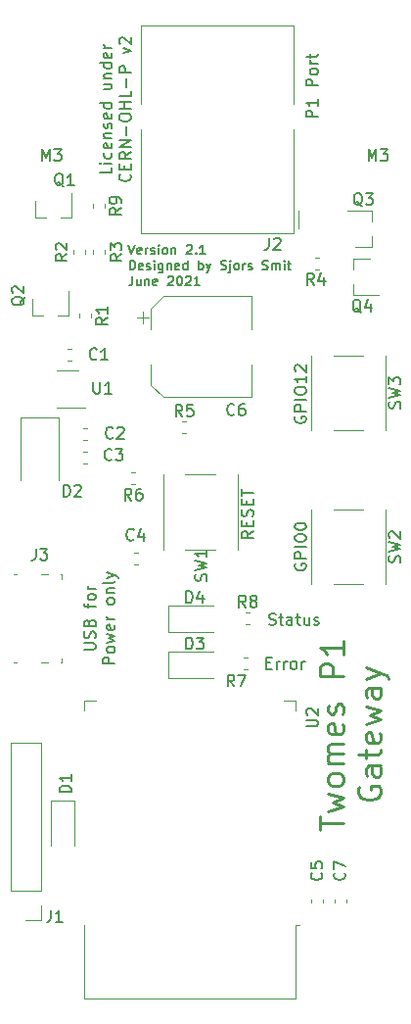
<source format=gto>
G04 #@! TF.GenerationSoftware,KiCad,Pcbnew,(5.1.7)-1*
G04 #@! TF.CreationDate,2021-06-29T10:42:22+02:00*
G04 #@! TF.ProjectId,TwomesGateway,54776f6d-6573-4476-9174-657761792e6b,rev?*
G04 #@! TF.SameCoordinates,Original*
G04 #@! TF.FileFunction,Legend,Top*
G04 #@! TF.FilePolarity,Positive*
%FSLAX46Y46*%
G04 Gerber Fmt 4.6, Leading zero omitted, Abs format (unit mm)*
G04 Created by KiCad (PCBNEW (5.1.7)-1) date 2021-06-29 10:42:22*
%MOMM*%
%LPD*%
G01*
G04 APERTURE LIST*
%ADD10C,0.150000*%
%ADD11C,0.250000*%
%ADD12C,0.120000*%
%ADD13C,0.100000*%
%ADD14C,0.602000*%
%ADD15C,3.302000*%
%ADD16C,3.352000*%
%ADD17C,1.622000*%
%ADD18O,1.802000X1.802000*%
G04 APERTURE END LIST*
D10*
X75227380Y-78000000D02*
X75227380Y-78476190D01*
X74227380Y-78476190D01*
X75227380Y-77666666D02*
X74560714Y-77666666D01*
X74227380Y-77666666D02*
X74275000Y-77714285D01*
X74322619Y-77666666D01*
X74275000Y-77619047D01*
X74227380Y-77666666D01*
X74322619Y-77666666D01*
X75179761Y-76761904D02*
X75227380Y-76857142D01*
X75227380Y-77047619D01*
X75179761Y-77142857D01*
X75132142Y-77190476D01*
X75036904Y-77238095D01*
X74751190Y-77238095D01*
X74655952Y-77190476D01*
X74608333Y-77142857D01*
X74560714Y-77047619D01*
X74560714Y-76857142D01*
X74608333Y-76761904D01*
X75179761Y-75952380D02*
X75227380Y-76047619D01*
X75227380Y-76238095D01*
X75179761Y-76333333D01*
X75084523Y-76380952D01*
X74703571Y-76380952D01*
X74608333Y-76333333D01*
X74560714Y-76238095D01*
X74560714Y-76047619D01*
X74608333Y-75952380D01*
X74703571Y-75904761D01*
X74798809Y-75904761D01*
X74894047Y-76380952D01*
X74560714Y-75476190D02*
X75227380Y-75476190D01*
X74655952Y-75476190D02*
X74608333Y-75428571D01*
X74560714Y-75333333D01*
X74560714Y-75190476D01*
X74608333Y-75095238D01*
X74703571Y-75047619D01*
X75227380Y-75047619D01*
X75179761Y-74619047D02*
X75227380Y-74523809D01*
X75227380Y-74333333D01*
X75179761Y-74238095D01*
X75084523Y-74190476D01*
X75036904Y-74190476D01*
X74941666Y-74238095D01*
X74894047Y-74333333D01*
X74894047Y-74476190D01*
X74846428Y-74571428D01*
X74751190Y-74619047D01*
X74703571Y-74619047D01*
X74608333Y-74571428D01*
X74560714Y-74476190D01*
X74560714Y-74333333D01*
X74608333Y-74238095D01*
X75179761Y-73380952D02*
X75227380Y-73476190D01*
X75227380Y-73666666D01*
X75179761Y-73761904D01*
X75084523Y-73809523D01*
X74703571Y-73809523D01*
X74608333Y-73761904D01*
X74560714Y-73666666D01*
X74560714Y-73476190D01*
X74608333Y-73380952D01*
X74703571Y-73333333D01*
X74798809Y-73333333D01*
X74894047Y-73809523D01*
X75227380Y-72476190D02*
X74227380Y-72476190D01*
X75179761Y-72476190D02*
X75227380Y-72571428D01*
X75227380Y-72761904D01*
X75179761Y-72857142D01*
X75132142Y-72904761D01*
X75036904Y-72952380D01*
X74751190Y-72952380D01*
X74655952Y-72904761D01*
X74608333Y-72857142D01*
X74560714Y-72761904D01*
X74560714Y-72571428D01*
X74608333Y-72476190D01*
X74560714Y-70809523D02*
X75227380Y-70809523D01*
X74560714Y-71238095D02*
X75084523Y-71238095D01*
X75179761Y-71190476D01*
X75227380Y-71095238D01*
X75227380Y-70952380D01*
X75179761Y-70857142D01*
X75132142Y-70809523D01*
X74560714Y-70333333D02*
X75227380Y-70333333D01*
X74655952Y-70333333D02*
X74608333Y-70285714D01*
X74560714Y-70190476D01*
X74560714Y-70047619D01*
X74608333Y-69952380D01*
X74703571Y-69904761D01*
X75227380Y-69904761D01*
X75227380Y-69000000D02*
X74227380Y-69000000D01*
X75179761Y-69000000D02*
X75227380Y-69095238D01*
X75227380Y-69285714D01*
X75179761Y-69380952D01*
X75132142Y-69428571D01*
X75036904Y-69476190D01*
X74751190Y-69476190D01*
X74655952Y-69428571D01*
X74608333Y-69380952D01*
X74560714Y-69285714D01*
X74560714Y-69095238D01*
X74608333Y-69000000D01*
X75179761Y-68142857D02*
X75227380Y-68238095D01*
X75227380Y-68428571D01*
X75179761Y-68523809D01*
X75084523Y-68571428D01*
X74703571Y-68571428D01*
X74608333Y-68523809D01*
X74560714Y-68428571D01*
X74560714Y-68238095D01*
X74608333Y-68142857D01*
X74703571Y-68095238D01*
X74798809Y-68095238D01*
X74894047Y-68571428D01*
X75227380Y-67666666D02*
X74560714Y-67666666D01*
X74751190Y-67666666D02*
X74655952Y-67619047D01*
X74608333Y-67571428D01*
X74560714Y-67476190D01*
X74560714Y-67380952D01*
X76782142Y-78595238D02*
X76829761Y-78642857D01*
X76877380Y-78785714D01*
X76877380Y-78880952D01*
X76829761Y-79023809D01*
X76734523Y-79119047D01*
X76639285Y-79166666D01*
X76448809Y-79214285D01*
X76305952Y-79214285D01*
X76115476Y-79166666D01*
X76020238Y-79119047D01*
X75925000Y-79023809D01*
X75877380Y-78880952D01*
X75877380Y-78785714D01*
X75925000Y-78642857D01*
X75972619Y-78595238D01*
X76353571Y-78166666D02*
X76353571Y-77833333D01*
X76877380Y-77690476D02*
X76877380Y-78166666D01*
X75877380Y-78166666D01*
X75877380Y-77690476D01*
X76877380Y-76690476D02*
X76401190Y-77023809D01*
X76877380Y-77261904D02*
X75877380Y-77261904D01*
X75877380Y-76880952D01*
X75925000Y-76785714D01*
X75972619Y-76738095D01*
X76067857Y-76690476D01*
X76210714Y-76690476D01*
X76305952Y-76738095D01*
X76353571Y-76785714D01*
X76401190Y-76880952D01*
X76401190Y-77261904D01*
X76877380Y-76261904D02*
X75877380Y-76261904D01*
X76877380Y-75690476D01*
X75877380Y-75690476D01*
X76496428Y-75214285D02*
X76496428Y-74452380D01*
X75877380Y-73785714D02*
X75877380Y-73595238D01*
X75925000Y-73500000D01*
X76020238Y-73404761D01*
X76210714Y-73357142D01*
X76544047Y-73357142D01*
X76734523Y-73404761D01*
X76829761Y-73500000D01*
X76877380Y-73595238D01*
X76877380Y-73785714D01*
X76829761Y-73880952D01*
X76734523Y-73976190D01*
X76544047Y-74023809D01*
X76210714Y-74023809D01*
X76020238Y-73976190D01*
X75925000Y-73880952D01*
X75877380Y-73785714D01*
X76877380Y-72928571D02*
X75877380Y-72928571D01*
X76353571Y-72928571D02*
X76353571Y-72357142D01*
X76877380Y-72357142D02*
X75877380Y-72357142D01*
X76877380Y-71404761D02*
X76877380Y-71880952D01*
X75877380Y-71880952D01*
X76496428Y-71071428D02*
X76496428Y-70309523D01*
X76877380Y-69833333D02*
X75877380Y-69833333D01*
X75877380Y-69452380D01*
X75925000Y-69357142D01*
X75972619Y-69309523D01*
X76067857Y-69261904D01*
X76210714Y-69261904D01*
X76305952Y-69309523D01*
X76353571Y-69357142D01*
X76401190Y-69452380D01*
X76401190Y-69833333D01*
X76210714Y-68166666D02*
X76877380Y-67928571D01*
X76210714Y-67690476D01*
X75972619Y-67357142D02*
X75925000Y-67309523D01*
X75877380Y-67214285D01*
X75877380Y-66976190D01*
X75925000Y-66880952D01*
X75972619Y-66833333D01*
X76067857Y-66785714D01*
X76163095Y-66785714D01*
X76305952Y-66833333D01*
X76877380Y-67404761D01*
X76877380Y-66785714D01*
X76673690Y-84711904D02*
X76940357Y-85511904D01*
X77207023Y-84711904D01*
X77778452Y-85473809D02*
X77702261Y-85511904D01*
X77549880Y-85511904D01*
X77473690Y-85473809D01*
X77435595Y-85397619D01*
X77435595Y-85092857D01*
X77473690Y-85016666D01*
X77549880Y-84978571D01*
X77702261Y-84978571D01*
X77778452Y-85016666D01*
X77816547Y-85092857D01*
X77816547Y-85169047D01*
X77435595Y-85245238D01*
X78159404Y-85511904D02*
X78159404Y-84978571D01*
X78159404Y-85130952D02*
X78197500Y-85054761D01*
X78235595Y-85016666D01*
X78311785Y-84978571D01*
X78387976Y-84978571D01*
X78616547Y-85473809D02*
X78692738Y-85511904D01*
X78845119Y-85511904D01*
X78921309Y-85473809D01*
X78959404Y-85397619D01*
X78959404Y-85359523D01*
X78921309Y-85283333D01*
X78845119Y-85245238D01*
X78730833Y-85245238D01*
X78654642Y-85207142D01*
X78616547Y-85130952D01*
X78616547Y-85092857D01*
X78654642Y-85016666D01*
X78730833Y-84978571D01*
X78845119Y-84978571D01*
X78921309Y-85016666D01*
X79302261Y-85511904D02*
X79302261Y-84978571D01*
X79302261Y-84711904D02*
X79264166Y-84750000D01*
X79302261Y-84788095D01*
X79340357Y-84750000D01*
X79302261Y-84711904D01*
X79302261Y-84788095D01*
X79797500Y-85511904D02*
X79721309Y-85473809D01*
X79683214Y-85435714D01*
X79645119Y-85359523D01*
X79645119Y-85130952D01*
X79683214Y-85054761D01*
X79721309Y-85016666D01*
X79797500Y-84978571D01*
X79911785Y-84978571D01*
X79987976Y-85016666D01*
X80026071Y-85054761D01*
X80064166Y-85130952D01*
X80064166Y-85359523D01*
X80026071Y-85435714D01*
X79987976Y-85473809D01*
X79911785Y-85511904D01*
X79797500Y-85511904D01*
X80407023Y-84978571D02*
X80407023Y-85511904D01*
X80407023Y-85054761D02*
X80445119Y-85016666D01*
X80521309Y-84978571D01*
X80635595Y-84978571D01*
X80711785Y-85016666D01*
X80749880Y-85092857D01*
X80749880Y-85511904D01*
X81702261Y-84788095D02*
X81740357Y-84750000D01*
X81816547Y-84711904D01*
X82007023Y-84711904D01*
X82083214Y-84750000D01*
X82121309Y-84788095D01*
X82159404Y-84864285D01*
X82159404Y-84940476D01*
X82121309Y-85054761D01*
X81664166Y-85511904D01*
X82159404Y-85511904D01*
X82502261Y-85435714D02*
X82540357Y-85473809D01*
X82502261Y-85511904D01*
X82464166Y-85473809D01*
X82502261Y-85435714D01*
X82502261Y-85511904D01*
X83302261Y-85511904D02*
X82845119Y-85511904D01*
X83073690Y-85511904D02*
X83073690Y-84711904D01*
X82997500Y-84826190D01*
X82921309Y-84902380D01*
X82845119Y-84940476D01*
X76787976Y-86861904D02*
X76787976Y-86061904D01*
X76978452Y-86061904D01*
X77092738Y-86100000D01*
X77168928Y-86176190D01*
X77207023Y-86252380D01*
X77245119Y-86404761D01*
X77245119Y-86519047D01*
X77207023Y-86671428D01*
X77168928Y-86747619D01*
X77092738Y-86823809D01*
X76978452Y-86861904D01*
X76787976Y-86861904D01*
X77892738Y-86823809D02*
X77816547Y-86861904D01*
X77664166Y-86861904D01*
X77587976Y-86823809D01*
X77549880Y-86747619D01*
X77549880Y-86442857D01*
X77587976Y-86366666D01*
X77664166Y-86328571D01*
X77816547Y-86328571D01*
X77892738Y-86366666D01*
X77930833Y-86442857D01*
X77930833Y-86519047D01*
X77549880Y-86595238D01*
X78235595Y-86823809D02*
X78311785Y-86861904D01*
X78464166Y-86861904D01*
X78540357Y-86823809D01*
X78578452Y-86747619D01*
X78578452Y-86709523D01*
X78540357Y-86633333D01*
X78464166Y-86595238D01*
X78349880Y-86595238D01*
X78273690Y-86557142D01*
X78235595Y-86480952D01*
X78235595Y-86442857D01*
X78273690Y-86366666D01*
X78349880Y-86328571D01*
X78464166Y-86328571D01*
X78540357Y-86366666D01*
X78921309Y-86861904D02*
X78921309Y-86328571D01*
X78921309Y-86061904D02*
X78883214Y-86100000D01*
X78921309Y-86138095D01*
X78959404Y-86100000D01*
X78921309Y-86061904D01*
X78921309Y-86138095D01*
X79645119Y-86328571D02*
X79645119Y-86976190D01*
X79607023Y-87052380D01*
X79568928Y-87090476D01*
X79492738Y-87128571D01*
X79378452Y-87128571D01*
X79302261Y-87090476D01*
X79645119Y-86823809D02*
X79568928Y-86861904D01*
X79416547Y-86861904D01*
X79340357Y-86823809D01*
X79302261Y-86785714D01*
X79264166Y-86709523D01*
X79264166Y-86480952D01*
X79302261Y-86404761D01*
X79340357Y-86366666D01*
X79416547Y-86328571D01*
X79568928Y-86328571D01*
X79645119Y-86366666D01*
X80026071Y-86328571D02*
X80026071Y-86861904D01*
X80026071Y-86404761D02*
X80064166Y-86366666D01*
X80140357Y-86328571D01*
X80254642Y-86328571D01*
X80330833Y-86366666D01*
X80368928Y-86442857D01*
X80368928Y-86861904D01*
X81054642Y-86823809D02*
X80978452Y-86861904D01*
X80826071Y-86861904D01*
X80749880Y-86823809D01*
X80711785Y-86747619D01*
X80711785Y-86442857D01*
X80749880Y-86366666D01*
X80826071Y-86328571D01*
X80978452Y-86328571D01*
X81054642Y-86366666D01*
X81092738Y-86442857D01*
X81092738Y-86519047D01*
X80711785Y-86595238D01*
X81778452Y-86861904D02*
X81778452Y-86061904D01*
X81778452Y-86823809D02*
X81702261Y-86861904D01*
X81549880Y-86861904D01*
X81473690Y-86823809D01*
X81435595Y-86785714D01*
X81397500Y-86709523D01*
X81397500Y-86480952D01*
X81435595Y-86404761D01*
X81473690Y-86366666D01*
X81549880Y-86328571D01*
X81702261Y-86328571D01*
X81778452Y-86366666D01*
X82768928Y-86861904D02*
X82768928Y-86061904D01*
X82768928Y-86366666D02*
X82845119Y-86328571D01*
X82997500Y-86328571D01*
X83073690Y-86366666D01*
X83111785Y-86404761D01*
X83149880Y-86480952D01*
X83149880Y-86709523D01*
X83111785Y-86785714D01*
X83073690Y-86823809D01*
X82997500Y-86861904D01*
X82845119Y-86861904D01*
X82768928Y-86823809D01*
X83416547Y-86328571D02*
X83607023Y-86861904D01*
X83797500Y-86328571D02*
X83607023Y-86861904D01*
X83530833Y-87052380D01*
X83492738Y-87090476D01*
X83416547Y-87128571D01*
X84673690Y-86823809D02*
X84787976Y-86861904D01*
X84978452Y-86861904D01*
X85054642Y-86823809D01*
X85092738Y-86785714D01*
X85130833Y-86709523D01*
X85130833Y-86633333D01*
X85092738Y-86557142D01*
X85054642Y-86519047D01*
X84978452Y-86480952D01*
X84826071Y-86442857D01*
X84749880Y-86404761D01*
X84711785Y-86366666D01*
X84673690Y-86290476D01*
X84673690Y-86214285D01*
X84711785Y-86138095D01*
X84749880Y-86100000D01*
X84826071Y-86061904D01*
X85016547Y-86061904D01*
X85130833Y-86100000D01*
X85473690Y-86328571D02*
X85473690Y-87014285D01*
X85435595Y-87090476D01*
X85359404Y-87128571D01*
X85321309Y-87128571D01*
X85473690Y-86061904D02*
X85435595Y-86100000D01*
X85473690Y-86138095D01*
X85511785Y-86100000D01*
X85473690Y-86061904D01*
X85473690Y-86138095D01*
X85968928Y-86861904D02*
X85892738Y-86823809D01*
X85854642Y-86785714D01*
X85816547Y-86709523D01*
X85816547Y-86480952D01*
X85854642Y-86404761D01*
X85892738Y-86366666D01*
X85968928Y-86328571D01*
X86083214Y-86328571D01*
X86159404Y-86366666D01*
X86197500Y-86404761D01*
X86235595Y-86480952D01*
X86235595Y-86709523D01*
X86197500Y-86785714D01*
X86159404Y-86823809D01*
X86083214Y-86861904D01*
X85968928Y-86861904D01*
X86578452Y-86861904D02*
X86578452Y-86328571D01*
X86578452Y-86480952D02*
X86616547Y-86404761D01*
X86654642Y-86366666D01*
X86730833Y-86328571D01*
X86807023Y-86328571D01*
X87035595Y-86823809D02*
X87111785Y-86861904D01*
X87264166Y-86861904D01*
X87340357Y-86823809D01*
X87378452Y-86747619D01*
X87378452Y-86709523D01*
X87340357Y-86633333D01*
X87264166Y-86595238D01*
X87149880Y-86595238D01*
X87073690Y-86557142D01*
X87035595Y-86480952D01*
X87035595Y-86442857D01*
X87073690Y-86366666D01*
X87149880Y-86328571D01*
X87264166Y-86328571D01*
X87340357Y-86366666D01*
X88292738Y-86823809D02*
X88407023Y-86861904D01*
X88597500Y-86861904D01*
X88673690Y-86823809D01*
X88711785Y-86785714D01*
X88749880Y-86709523D01*
X88749880Y-86633333D01*
X88711785Y-86557142D01*
X88673690Y-86519047D01*
X88597500Y-86480952D01*
X88445119Y-86442857D01*
X88368928Y-86404761D01*
X88330833Y-86366666D01*
X88292738Y-86290476D01*
X88292738Y-86214285D01*
X88330833Y-86138095D01*
X88368928Y-86100000D01*
X88445119Y-86061904D01*
X88635595Y-86061904D01*
X88749880Y-86100000D01*
X89092738Y-86861904D02*
X89092738Y-86328571D01*
X89092738Y-86404761D02*
X89130833Y-86366666D01*
X89207023Y-86328571D01*
X89321309Y-86328571D01*
X89397500Y-86366666D01*
X89435595Y-86442857D01*
X89435595Y-86861904D01*
X89435595Y-86442857D02*
X89473690Y-86366666D01*
X89549880Y-86328571D01*
X89664166Y-86328571D01*
X89740357Y-86366666D01*
X89778452Y-86442857D01*
X89778452Y-86861904D01*
X90159404Y-86861904D02*
X90159404Y-86328571D01*
X90159404Y-86061904D02*
X90121309Y-86100000D01*
X90159404Y-86138095D01*
X90197500Y-86100000D01*
X90159404Y-86061904D01*
X90159404Y-86138095D01*
X90426071Y-86328571D02*
X90730833Y-86328571D01*
X90540357Y-86061904D02*
X90540357Y-86747619D01*
X90578452Y-86823809D01*
X90654642Y-86861904D01*
X90730833Y-86861904D01*
X77016547Y-87411904D02*
X77016547Y-87983333D01*
X76978452Y-88097619D01*
X76902261Y-88173809D01*
X76787976Y-88211904D01*
X76711785Y-88211904D01*
X77740357Y-87678571D02*
X77740357Y-88211904D01*
X77397500Y-87678571D02*
X77397500Y-88097619D01*
X77435595Y-88173809D01*
X77511785Y-88211904D01*
X77626071Y-88211904D01*
X77702261Y-88173809D01*
X77740357Y-88135714D01*
X78121309Y-87678571D02*
X78121309Y-88211904D01*
X78121309Y-87754761D02*
X78159404Y-87716666D01*
X78235595Y-87678571D01*
X78349880Y-87678571D01*
X78426071Y-87716666D01*
X78464166Y-87792857D01*
X78464166Y-88211904D01*
X79149880Y-88173809D02*
X79073690Y-88211904D01*
X78921309Y-88211904D01*
X78845119Y-88173809D01*
X78807023Y-88097619D01*
X78807023Y-87792857D01*
X78845119Y-87716666D01*
X78921309Y-87678571D01*
X79073690Y-87678571D01*
X79149880Y-87716666D01*
X79187976Y-87792857D01*
X79187976Y-87869047D01*
X78807023Y-87945238D01*
X80102261Y-87488095D02*
X80140357Y-87450000D01*
X80216547Y-87411904D01*
X80407023Y-87411904D01*
X80483214Y-87450000D01*
X80521309Y-87488095D01*
X80559404Y-87564285D01*
X80559404Y-87640476D01*
X80521309Y-87754761D01*
X80064166Y-88211904D01*
X80559404Y-88211904D01*
X81054642Y-87411904D02*
X81130833Y-87411904D01*
X81207023Y-87450000D01*
X81245119Y-87488095D01*
X81283214Y-87564285D01*
X81321309Y-87716666D01*
X81321309Y-87907142D01*
X81283214Y-88059523D01*
X81245119Y-88135714D01*
X81207023Y-88173809D01*
X81130833Y-88211904D01*
X81054642Y-88211904D01*
X80978452Y-88173809D01*
X80940357Y-88135714D01*
X80902261Y-88059523D01*
X80864166Y-87907142D01*
X80864166Y-87716666D01*
X80902261Y-87564285D01*
X80940357Y-87488095D01*
X80978452Y-87450000D01*
X81054642Y-87411904D01*
X81626071Y-87488095D02*
X81664166Y-87450000D01*
X81740357Y-87411904D01*
X81930833Y-87411904D01*
X82007023Y-87450000D01*
X82045119Y-87488095D01*
X82083214Y-87564285D01*
X82083214Y-87640476D01*
X82045119Y-87754761D01*
X81587976Y-88211904D01*
X82083214Y-88211904D01*
X82845119Y-88211904D02*
X82387976Y-88211904D01*
X82616547Y-88211904D02*
X82616547Y-87411904D01*
X82540357Y-87526190D01*
X82464166Y-87602380D01*
X82387976Y-87640476D01*
D11*
X93279761Y-135238095D02*
X93279761Y-134095238D01*
X95279761Y-134666666D02*
X93279761Y-134666666D01*
X93946428Y-133619047D02*
X95279761Y-133238095D01*
X94327380Y-132857142D01*
X95279761Y-132476190D01*
X93946428Y-132095238D01*
X95279761Y-131047619D02*
X95184523Y-131238095D01*
X95089285Y-131333333D01*
X94898809Y-131428571D01*
X94327380Y-131428571D01*
X94136904Y-131333333D01*
X94041666Y-131238095D01*
X93946428Y-131047619D01*
X93946428Y-130761904D01*
X94041666Y-130571428D01*
X94136904Y-130476190D01*
X94327380Y-130380952D01*
X94898809Y-130380952D01*
X95089285Y-130476190D01*
X95184523Y-130571428D01*
X95279761Y-130761904D01*
X95279761Y-131047619D01*
X95279761Y-129523809D02*
X93946428Y-129523809D01*
X94136904Y-129523809D02*
X94041666Y-129428571D01*
X93946428Y-129238095D01*
X93946428Y-128952380D01*
X94041666Y-128761904D01*
X94232142Y-128666666D01*
X95279761Y-128666666D01*
X94232142Y-128666666D02*
X94041666Y-128571428D01*
X93946428Y-128380952D01*
X93946428Y-128095238D01*
X94041666Y-127904761D01*
X94232142Y-127809523D01*
X95279761Y-127809523D01*
X95184523Y-126095238D02*
X95279761Y-126285714D01*
X95279761Y-126666666D01*
X95184523Y-126857142D01*
X94994047Y-126952380D01*
X94232142Y-126952380D01*
X94041666Y-126857142D01*
X93946428Y-126666666D01*
X93946428Y-126285714D01*
X94041666Y-126095238D01*
X94232142Y-126000000D01*
X94422619Y-126000000D01*
X94613095Y-126952380D01*
X95184523Y-125238095D02*
X95279761Y-125047619D01*
X95279761Y-124666666D01*
X95184523Y-124476190D01*
X94994047Y-124380952D01*
X94898809Y-124380952D01*
X94708333Y-124476190D01*
X94613095Y-124666666D01*
X94613095Y-124952380D01*
X94517857Y-125142857D01*
X94327380Y-125238095D01*
X94232142Y-125238095D01*
X94041666Y-125142857D01*
X93946428Y-124952380D01*
X93946428Y-124666666D01*
X94041666Y-124476190D01*
X95279761Y-122000000D02*
X93279761Y-122000000D01*
X93279761Y-121238095D01*
X93375000Y-121047619D01*
X93470238Y-120952380D01*
X93660714Y-120857142D01*
X93946428Y-120857142D01*
X94136904Y-120952380D01*
X94232142Y-121047619D01*
X94327380Y-121238095D01*
X94327380Y-122000000D01*
X95279761Y-118952380D02*
X95279761Y-120095238D01*
X95279761Y-119523809D02*
X93279761Y-119523809D01*
X93565476Y-119714285D01*
X93755952Y-119904761D01*
X93851190Y-120095238D01*
X96625000Y-131523809D02*
X96529761Y-131714285D01*
X96529761Y-132000000D01*
X96625000Y-132285714D01*
X96815476Y-132476190D01*
X97005952Y-132571428D01*
X97386904Y-132666666D01*
X97672619Y-132666666D01*
X98053571Y-132571428D01*
X98244047Y-132476190D01*
X98434523Y-132285714D01*
X98529761Y-132000000D01*
X98529761Y-131809523D01*
X98434523Y-131523809D01*
X98339285Y-131428571D01*
X97672619Y-131428571D01*
X97672619Y-131809523D01*
X98529761Y-129714285D02*
X97482142Y-129714285D01*
X97291666Y-129809523D01*
X97196428Y-130000000D01*
X97196428Y-130380952D01*
X97291666Y-130571428D01*
X98434523Y-129714285D02*
X98529761Y-129904761D01*
X98529761Y-130380952D01*
X98434523Y-130571428D01*
X98244047Y-130666666D01*
X98053571Y-130666666D01*
X97863095Y-130571428D01*
X97767857Y-130380952D01*
X97767857Y-129904761D01*
X97672619Y-129714285D01*
X97196428Y-129047619D02*
X97196428Y-128285714D01*
X96529761Y-128761904D02*
X98244047Y-128761904D01*
X98434523Y-128666666D01*
X98529761Y-128476190D01*
X98529761Y-128285714D01*
X98434523Y-126857142D02*
X98529761Y-127047619D01*
X98529761Y-127428571D01*
X98434523Y-127619047D01*
X98244047Y-127714285D01*
X97482142Y-127714285D01*
X97291666Y-127619047D01*
X97196428Y-127428571D01*
X97196428Y-127047619D01*
X97291666Y-126857142D01*
X97482142Y-126761904D01*
X97672619Y-126761904D01*
X97863095Y-127714285D01*
X97196428Y-126095238D02*
X98529761Y-125714285D01*
X97577380Y-125333333D01*
X98529761Y-124952380D01*
X97196428Y-124571428D01*
X98529761Y-122952380D02*
X97482142Y-122952380D01*
X97291666Y-123047619D01*
X97196428Y-123238095D01*
X97196428Y-123619047D01*
X97291666Y-123809523D01*
X98434523Y-122952380D02*
X98529761Y-123142857D01*
X98529761Y-123619047D01*
X98434523Y-123809523D01*
X98244047Y-123904761D01*
X98053571Y-123904761D01*
X97863095Y-123809523D01*
X97767857Y-123619047D01*
X97767857Y-123142857D01*
X97672619Y-122952380D01*
X97196428Y-122190476D02*
X98529761Y-121714285D01*
X97196428Y-121238095D02*
X98529761Y-121714285D01*
X99005952Y-121904761D01*
X99101190Y-122000000D01*
X99196428Y-122190476D01*
D10*
X72827380Y-119690476D02*
X73636904Y-119690476D01*
X73732142Y-119642857D01*
X73779761Y-119595238D01*
X73827380Y-119500000D01*
X73827380Y-119309523D01*
X73779761Y-119214285D01*
X73732142Y-119166666D01*
X73636904Y-119119047D01*
X72827380Y-119119047D01*
X73779761Y-118690476D02*
X73827380Y-118547619D01*
X73827380Y-118309523D01*
X73779761Y-118214285D01*
X73732142Y-118166666D01*
X73636904Y-118119047D01*
X73541666Y-118119047D01*
X73446428Y-118166666D01*
X73398809Y-118214285D01*
X73351190Y-118309523D01*
X73303571Y-118500000D01*
X73255952Y-118595238D01*
X73208333Y-118642857D01*
X73113095Y-118690476D01*
X73017857Y-118690476D01*
X72922619Y-118642857D01*
X72875000Y-118595238D01*
X72827380Y-118500000D01*
X72827380Y-118261904D01*
X72875000Y-118119047D01*
X73303571Y-117357142D02*
X73351190Y-117214285D01*
X73398809Y-117166666D01*
X73494047Y-117119047D01*
X73636904Y-117119047D01*
X73732142Y-117166666D01*
X73779761Y-117214285D01*
X73827380Y-117309523D01*
X73827380Y-117690476D01*
X72827380Y-117690476D01*
X72827380Y-117357142D01*
X72875000Y-117261904D01*
X72922619Y-117214285D01*
X73017857Y-117166666D01*
X73113095Y-117166666D01*
X73208333Y-117214285D01*
X73255952Y-117261904D01*
X73303571Y-117357142D01*
X73303571Y-117690476D01*
X73160714Y-116071428D02*
X73160714Y-115690476D01*
X73827380Y-115928571D02*
X72970238Y-115928571D01*
X72875000Y-115880952D01*
X72827380Y-115785714D01*
X72827380Y-115690476D01*
X73827380Y-115214285D02*
X73779761Y-115309523D01*
X73732142Y-115357142D01*
X73636904Y-115404761D01*
X73351190Y-115404761D01*
X73255952Y-115357142D01*
X73208333Y-115309523D01*
X73160714Y-115214285D01*
X73160714Y-115071428D01*
X73208333Y-114976190D01*
X73255952Y-114928571D01*
X73351190Y-114880952D01*
X73636904Y-114880952D01*
X73732142Y-114928571D01*
X73779761Y-114976190D01*
X73827380Y-115071428D01*
X73827380Y-115214285D01*
X73827380Y-114452380D02*
X73160714Y-114452380D01*
X73351190Y-114452380D02*
X73255952Y-114404761D01*
X73208333Y-114357142D01*
X73160714Y-114261904D01*
X73160714Y-114166666D01*
X75477380Y-120904761D02*
X74477380Y-120904761D01*
X74477380Y-120523809D01*
X74525000Y-120428571D01*
X74572619Y-120380952D01*
X74667857Y-120333333D01*
X74810714Y-120333333D01*
X74905952Y-120380952D01*
X74953571Y-120428571D01*
X75001190Y-120523809D01*
X75001190Y-120904761D01*
X75477380Y-119761904D02*
X75429761Y-119857142D01*
X75382142Y-119904761D01*
X75286904Y-119952380D01*
X75001190Y-119952380D01*
X74905952Y-119904761D01*
X74858333Y-119857142D01*
X74810714Y-119761904D01*
X74810714Y-119619047D01*
X74858333Y-119523809D01*
X74905952Y-119476190D01*
X75001190Y-119428571D01*
X75286904Y-119428571D01*
X75382142Y-119476190D01*
X75429761Y-119523809D01*
X75477380Y-119619047D01*
X75477380Y-119761904D01*
X74810714Y-119095238D02*
X75477380Y-118904761D01*
X75001190Y-118714285D01*
X75477380Y-118523809D01*
X74810714Y-118333333D01*
X75429761Y-117571428D02*
X75477380Y-117666666D01*
X75477380Y-117857142D01*
X75429761Y-117952380D01*
X75334523Y-117999999D01*
X74953571Y-117999999D01*
X74858333Y-117952380D01*
X74810714Y-117857142D01*
X74810714Y-117666666D01*
X74858333Y-117571428D01*
X74953571Y-117523809D01*
X75048809Y-117523809D01*
X75144047Y-117999999D01*
X75477380Y-117095238D02*
X74810714Y-117095238D01*
X75001190Y-117095238D02*
X74905952Y-117047619D01*
X74858333Y-116999999D01*
X74810714Y-116904761D01*
X74810714Y-116809523D01*
X75477380Y-115571428D02*
X75429761Y-115666666D01*
X75382142Y-115714285D01*
X75286904Y-115761904D01*
X75001190Y-115761904D01*
X74905952Y-115714285D01*
X74858333Y-115666666D01*
X74810714Y-115571428D01*
X74810714Y-115428571D01*
X74858333Y-115333333D01*
X74905952Y-115285714D01*
X75001190Y-115238095D01*
X75286904Y-115238095D01*
X75382142Y-115285714D01*
X75429761Y-115333333D01*
X75477380Y-115428571D01*
X75477380Y-115571428D01*
X74810714Y-114809523D02*
X75477380Y-114809523D01*
X74905952Y-114809523D02*
X74858333Y-114761904D01*
X74810714Y-114666666D01*
X74810714Y-114523809D01*
X74858333Y-114428571D01*
X74953571Y-114380952D01*
X75477380Y-114380952D01*
X75477380Y-113761904D02*
X75429761Y-113857142D01*
X75334523Y-113904761D01*
X74477380Y-113904761D01*
X74810714Y-113476190D02*
X75477380Y-113238095D01*
X74810714Y-112999999D02*
X75477380Y-113238095D01*
X75715476Y-113333333D01*
X75763095Y-113380952D01*
X75810714Y-113476190D01*
X88833333Y-117504761D02*
X88976190Y-117552380D01*
X89214285Y-117552380D01*
X89309523Y-117504761D01*
X89357142Y-117457142D01*
X89404761Y-117361904D01*
X89404761Y-117266666D01*
X89357142Y-117171428D01*
X89309523Y-117123809D01*
X89214285Y-117076190D01*
X89023809Y-117028571D01*
X88928571Y-116980952D01*
X88880952Y-116933333D01*
X88833333Y-116838095D01*
X88833333Y-116742857D01*
X88880952Y-116647619D01*
X88928571Y-116600000D01*
X89023809Y-116552380D01*
X89261904Y-116552380D01*
X89404761Y-116600000D01*
X89690476Y-116885714D02*
X90071428Y-116885714D01*
X89833333Y-116552380D02*
X89833333Y-117409523D01*
X89880952Y-117504761D01*
X89976190Y-117552380D01*
X90071428Y-117552380D01*
X90833333Y-117552380D02*
X90833333Y-117028571D01*
X90785714Y-116933333D01*
X90690476Y-116885714D01*
X90500000Y-116885714D01*
X90404761Y-116933333D01*
X90833333Y-117504761D02*
X90738095Y-117552380D01*
X90500000Y-117552380D01*
X90404761Y-117504761D01*
X90357142Y-117409523D01*
X90357142Y-117314285D01*
X90404761Y-117219047D01*
X90500000Y-117171428D01*
X90738095Y-117171428D01*
X90833333Y-117123809D01*
X91166666Y-116885714D02*
X91547619Y-116885714D01*
X91309523Y-116552380D02*
X91309523Y-117409523D01*
X91357142Y-117504761D01*
X91452380Y-117552380D01*
X91547619Y-117552380D01*
X92309523Y-116885714D02*
X92309523Y-117552380D01*
X91880952Y-116885714D02*
X91880952Y-117409523D01*
X91928571Y-117504761D01*
X92023809Y-117552380D01*
X92166666Y-117552380D01*
X92261904Y-117504761D01*
X92309523Y-117457142D01*
X92738095Y-117504761D02*
X92833333Y-117552380D01*
X93023809Y-117552380D01*
X93119047Y-117504761D01*
X93166666Y-117409523D01*
X93166666Y-117361904D01*
X93119047Y-117266666D01*
X93023809Y-117219047D01*
X92880952Y-117219047D01*
X92785714Y-117171428D01*
X92738095Y-117076190D01*
X92738095Y-117028571D01*
X92785714Y-116933333D01*
X92880952Y-116885714D01*
X93023809Y-116885714D01*
X93119047Y-116933333D01*
X88604761Y-120828571D02*
X88938095Y-120828571D01*
X89080952Y-121352380D02*
X88604761Y-121352380D01*
X88604761Y-120352380D01*
X89080952Y-120352380D01*
X89509523Y-121352380D02*
X89509523Y-120685714D01*
X89509523Y-120876190D02*
X89557142Y-120780952D01*
X89604761Y-120733333D01*
X89700000Y-120685714D01*
X89795238Y-120685714D01*
X90128571Y-121352380D02*
X90128571Y-120685714D01*
X90128571Y-120876190D02*
X90176190Y-120780952D01*
X90223809Y-120733333D01*
X90319047Y-120685714D01*
X90414285Y-120685714D01*
X90890476Y-121352380D02*
X90795238Y-121304761D01*
X90747619Y-121257142D01*
X90700000Y-121161904D01*
X90700000Y-120876190D01*
X90747619Y-120780952D01*
X90795238Y-120733333D01*
X90890476Y-120685714D01*
X91033333Y-120685714D01*
X91128571Y-120733333D01*
X91176190Y-120780952D01*
X91223809Y-120876190D01*
X91223809Y-121161904D01*
X91176190Y-121257142D01*
X91128571Y-121304761D01*
X91033333Y-121352380D01*
X90890476Y-121352380D01*
X91652380Y-121352380D02*
X91652380Y-120685714D01*
X91652380Y-120876190D02*
X91700000Y-120780952D01*
X91747619Y-120733333D01*
X91842857Y-120685714D01*
X91938095Y-120685714D01*
X93052380Y-73666666D02*
X92052380Y-73666666D01*
X92052380Y-73285714D01*
X92100000Y-73190476D01*
X92147619Y-73142857D01*
X92242857Y-73095238D01*
X92385714Y-73095238D01*
X92480952Y-73142857D01*
X92528571Y-73190476D01*
X92576190Y-73285714D01*
X92576190Y-73666666D01*
X93052380Y-72142857D02*
X93052380Y-72714285D01*
X93052380Y-72428571D02*
X92052380Y-72428571D01*
X92195238Y-72523809D01*
X92290476Y-72619047D01*
X92338095Y-72714285D01*
X93052380Y-70952380D02*
X92052380Y-70952380D01*
X92052380Y-70571428D01*
X92100000Y-70476190D01*
X92147619Y-70428571D01*
X92242857Y-70380952D01*
X92385714Y-70380952D01*
X92480952Y-70428571D01*
X92528571Y-70476190D01*
X92576190Y-70571428D01*
X92576190Y-70952380D01*
X93052380Y-69809523D02*
X93004761Y-69904761D01*
X92957142Y-69952380D01*
X92861904Y-70000000D01*
X92576190Y-70000000D01*
X92480952Y-69952380D01*
X92433333Y-69904761D01*
X92385714Y-69809523D01*
X92385714Y-69666666D01*
X92433333Y-69571428D01*
X92480952Y-69523809D01*
X92576190Y-69476190D01*
X92861904Y-69476190D01*
X92957142Y-69523809D01*
X93004761Y-69571428D01*
X93052380Y-69666666D01*
X93052380Y-69809523D01*
X93052380Y-69047619D02*
X92385714Y-69047619D01*
X92576190Y-69047619D02*
X92480952Y-69000000D01*
X92433333Y-68952380D01*
X92385714Y-68857142D01*
X92385714Y-68761904D01*
X92385714Y-68571428D02*
X92385714Y-68190476D01*
X92052380Y-68428571D02*
X92909523Y-68428571D01*
X93004761Y-68380952D01*
X93052380Y-68285714D01*
X93052380Y-68190476D01*
X91100000Y-99552380D02*
X91052380Y-99647619D01*
X91052380Y-99790476D01*
X91100000Y-99933333D01*
X91195238Y-100028571D01*
X91290476Y-100076190D01*
X91480952Y-100123809D01*
X91623809Y-100123809D01*
X91814285Y-100076190D01*
X91909523Y-100028571D01*
X92004761Y-99933333D01*
X92052380Y-99790476D01*
X92052380Y-99695238D01*
X92004761Y-99552380D01*
X91957142Y-99504761D01*
X91623809Y-99504761D01*
X91623809Y-99695238D01*
X92052380Y-99076190D02*
X91052380Y-99076190D01*
X91052380Y-98695238D01*
X91100000Y-98600000D01*
X91147619Y-98552380D01*
X91242857Y-98504761D01*
X91385714Y-98504761D01*
X91480952Y-98552380D01*
X91528571Y-98600000D01*
X91576190Y-98695238D01*
X91576190Y-99076190D01*
X92052380Y-98076190D02*
X91052380Y-98076190D01*
X91052380Y-97409523D02*
X91052380Y-97219047D01*
X91100000Y-97123809D01*
X91195238Y-97028571D01*
X91385714Y-96980952D01*
X91719047Y-96980952D01*
X91909523Y-97028571D01*
X92004761Y-97123809D01*
X92052380Y-97219047D01*
X92052380Y-97409523D01*
X92004761Y-97504761D01*
X91909523Y-97600000D01*
X91719047Y-97647619D01*
X91385714Y-97647619D01*
X91195238Y-97600000D01*
X91100000Y-97504761D01*
X91052380Y-97409523D01*
X92052380Y-96028571D02*
X92052380Y-96600000D01*
X92052380Y-96314285D02*
X91052380Y-96314285D01*
X91195238Y-96409523D01*
X91290476Y-96504761D01*
X91338095Y-96600000D01*
X91147619Y-95647619D02*
X91100000Y-95600000D01*
X91052380Y-95504761D01*
X91052380Y-95266666D01*
X91100000Y-95171428D01*
X91147619Y-95123809D01*
X91242857Y-95076190D01*
X91338095Y-95076190D01*
X91480952Y-95123809D01*
X92052380Y-95695238D01*
X92052380Y-95076190D01*
X91100000Y-112276190D02*
X91052380Y-112371428D01*
X91052380Y-112514285D01*
X91100000Y-112657142D01*
X91195238Y-112752380D01*
X91290476Y-112800000D01*
X91480952Y-112847619D01*
X91623809Y-112847619D01*
X91814285Y-112800000D01*
X91909523Y-112752380D01*
X92004761Y-112657142D01*
X92052380Y-112514285D01*
X92052380Y-112419047D01*
X92004761Y-112276190D01*
X91957142Y-112228571D01*
X91623809Y-112228571D01*
X91623809Y-112419047D01*
X92052380Y-111800000D02*
X91052380Y-111800000D01*
X91052380Y-111419047D01*
X91100000Y-111323809D01*
X91147619Y-111276190D01*
X91242857Y-111228571D01*
X91385714Y-111228571D01*
X91480952Y-111276190D01*
X91528571Y-111323809D01*
X91576190Y-111419047D01*
X91576190Y-111800000D01*
X92052380Y-110800000D02*
X91052380Y-110800000D01*
X91052380Y-110133333D02*
X91052380Y-109942857D01*
X91100000Y-109847619D01*
X91195238Y-109752380D01*
X91385714Y-109704761D01*
X91719047Y-109704761D01*
X91909523Y-109752380D01*
X92004761Y-109847619D01*
X92052380Y-109942857D01*
X92052380Y-110133333D01*
X92004761Y-110228571D01*
X91909523Y-110323809D01*
X91719047Y-110371428D01*
X91385714Y-110371428D01*
X91195238Y-110323809D01*
X91100000Y-110228571D01*
X91052380Y-110133333D01*
X91052380Y-109085714D02*
X91052380Y-108990476D01*
X91100000Y-108895238D01*
X91147619Y-108847619D01*
X91242857Y-108800000D01*
X91433333Y-108752380D01*
X91671428Y-108752380D01*
X91861904Y-108800000D01*
X91957142Y-108847619D01*
X92004761Y-108895238D01*
X92052380Y-108990476D01*
X92052380Y-109085714D01*
X92004761Y-109180952D01*
X91957142Y-109228571D01*
X91861904Y-109276190D01*
X91671428Y-109323809D01*
X91433333Y-109323809D01*
X91242857Y-109276190D01*
X91147619Y-109228571D01*
X91100000Y-109180952D01*
X91052380Y-109085714D01*
X87452380Y-109452380D02*
X86976190Y-109785714D01*
X87452380Y-110023809D02*
X86452380Y-110023809D01*
X86452380Y-109642857D01*
X86500000Y-109547619D01*
X86547619Y-109500000D01*
X86642857Y-109452380D01*
X86785714Y-109452380D01*
X86880952Y-109500000D01*
X86928571Y-109547619D01*
X86976190Y-109642857D01*
X86976190Y-110023809D01*
X86928571Y-109023809D02*
X86928571Y-108690476D01*
X87452380Y-108547619D02*
X87452380Y-109023809D01*
X86452380Y-109023809D01*
X86452380Y-108547619D01*
X87404761Y-108166666D02*
X87452380Y-108023809D01*
X87452380Y-107785714D01*
X87404761Y-107690476D01*
X87357142Y-107642857D01*
X87261904Y-107595238D01*
X87166666Y-107595238D01*
X87071428Y-107642857D01*
X87023809Y-107690476D01*
X86976190Y-107785714D01*
X86928571Y-107976190D01*
X86880952Y-108071428D01*
X86833333Y-108119047D01*
X86738095Y-108166666D01*
X86642857Y-108166666D01*
X86547619Y-108119047D01*
X86500000Y-108071428D01*
X86452380Y-107976190D01*
X86452380Y-107738095D01*
X86500000Y-107595238D01*
X86928571Y-107166666D02*
X86928571Y-106833333D01*
X87452380Y-106690476D02*
X87452380Y-107166666D01*
X86452380Y-107166666D01*
X86452380Y-106690476D01*
X86452380Y-106404761D02*
X86452380Y-105833333D01*
X87452380Y-106119047D02*
X86452380Y-106119047D01*
D12*
X95510000Y-141259420D02*
X95510000Y-141540580D01*
X94490000Y-141259420D02*
X94490000Y-141540580D01*
X93510000Y-141237221D02*
X93510000Y-141562779D01*
X92490000Y-141237221D02*
X92490000Y-141562779D01*
X87360000Y-97860000D02*
X87360000Y-95010000D01*
X87360000Y-89140000D02*
X87360000Y-91990000D01*
X79704437Y-89140000D02*
X87360000Y-89140000D01*
X79704437Y-97860000D02*
X87360000Y-97860000D01*
X78640000Y-96795563D02*
X78640000Y-95010000D01*
X78640000Y-90204437D02*
X78640000Y-91990000D01*
X78640000Y-90204437D02*
X79704437Y-89140000D01*
X78640000Y-96795563D02*
X79704437Y-97860000D01*
X77400000Y-90990000D02*
X78400000Y-90990000D01*
X77900000Y-90490000D02*
X77900000Y-91490000D01*
X70650000Y-99600000D02*
X67350000Y-99600000D01*
X67350000Y-99600000D02*
X67350000Y-105000000D01*
X70650000Y-99600000D02*
X70650000Y-105000000D01*
X66710000Y-113200000D02*
X66970000Y-113200000D01*
X70870000Y-113200000D02*
X70870000Y-113580000D01*
X70870000Y-120820000D02*
X69100000Y-120820000D01*
X69100000Y-113200000D02*
X70870000Y-113200000D01*
X66970000Y-120820000D02*
X66710000Y-120820000D01*
X70870000Y-120820000D02*
X70870000Y-120440000D01*
X73640000Y-81187221D02*
X73640000Y-81512779D01*
X74660000Y-81187221D02*
X74660000Y-81512779D01*
X74660000Y-85512779D02*
X74660000Y-85187221D01*
X73640000Y-85512779D02*
X73640000Y-85187221D01*
X96140000Y-85920000D02*
X97600000Y-85920000D01*
X96140000Y-89080000D02*
X98300000Y-89080000D01*
X96140000Y-89080000D02*
X96140000Y-88150000D01*
X96140000Y-85920000D02*
X96140000Y-86850000D01*
X97760000Y-84880000D02*
X96300000Y-84880000D01*
X97760000Y-81720000D02*
X95600000Y-81720000D01*
X97760000Y-81720000D02*
X97760000Y-82650000D01*
X97760000Y-84880000D02*
X97760000Y-83950000D01*
X77462779Y-111290000D02*
X77137221Y-111290000D01*
X77462779Y-112310000D02*
X77137221Y-112310000D01*
X68320000Y-90860000D02*
X68320000Y-89400000D01*
X71480000Y-90860000D02*
X71480000Y-88700000D01*
X71480000Y-90860000D02*
X70550000Y-90860000D01*
X68320000Y-90860000D02*
X69250000Y-90860000D01*
X68570000Y-82360000D02*
X68570000Y-80900000D01*
X71730000Y-82360000D02*
X71730000Y-80200000D01*
X71730000Y-82360000D02*
X70800000Y-82360000D01*
X68570000Y-82360000D02*
X69500000Y-82360000D01*
X90930000Y-83730000D02*
X77730000Y-83730000D01*
X77730000Y-83730000D02*
X77730000Y-74710000D01*
D13*
X77730000Y-65850000D02*
X77730000Y-65730000D01*
D12*
X77730000Y-65730000D02*
X77730000Y-72510000D01*
D13*
X77730000Y-65740000D02*
X77730000Y-65730000D01*
D12*
X77730000Y-65730000D02*
X90930000Y-65730000D01*
X90930000Y-65730000D02*
X90930000Y-72510000D01*
D13*
X90930000Y-74780000D02*
X90930000Y-74710000D01*
D12*
X90930000Y-74710000D02*
X90930000Y-83730000D01*
X91400000Y-81730000D02*
X91400000Y-83260000D01*
X72000000Y-132750000D02*
X72000000Y-136650000D01*
X70000000Y-132750000D02*
X70000000Y-136650000D01*
X72000000Y-132750000D02*
X70000000Y-132750000D01*
X91120000Y-143445000D02*
X91500000Y-143445000D01*
X91120000Y-149865000D02*
X91120000Y-143445000D01*
X72880000Y-149865000D02*
X72880000Y-143445000D01*
X91120000Y-149865000D02*
X72880000Y-149865000D01*
X72880000Y-124120000D02*
X73880000Y-124120000D01*
X72880000Y-124900000D02*
X72880000Y-124120000D01*
X91120000Y-124120000D02*
X90120000Y-124120000D01*
X91120000Y-124900000D02*
X91120000Y-124120000D01*
X70500000Y-98810000D02*
X72950000Y-98810000D01*
X72300000Y-95590000D02*
X70500000Y-95590000D01*
X92470000Y-94270000D02*
X92470000Y-100730000D01*
X97000000Y-94270000D02*
X94400000Y-94270000D01*
X98930000Y-94270000D02*
X98930000Y-100730000D01*
X97000000Y-100730000D02*
X94400000Y-100730000D01*
X98900000Y-94270000D02*
X98930000Y-94270000D01*
X92470000Y-94270000D02*
X92500000Y-94270000D01*
X92470000Y-100730000D02*
X92500000Y-100730000D01*
X98930000Y-100730000D02*
X98900000Y-100730000D01*
X92470000Y-107570000D02*
X92470000Y-114030000D01*
X97000000Y-107570000D02*
X94400000Y-107570000D01*
X98930000Y-107570000D02*
X98930000Y-114030000D01*
X97000000Y-114030000D02*
X94400000Y-114030000D01*
X98900000Y-107570000D02*
X98930000Y-107570000D01*
X92470000Y-107570000D02*
X92500000Y-107570000D01*
X92470000Y-114030000D02*
X92500000Y-114030000D01*
X98930000Y-114030000D02*
X98900000Y-114030000D01*
X79670000Y-104570000D02*
X79670000Y-111030000D01*
X84200000Y-104570000D02*
X81600000Y-104570000D01*
X86130000Y-104570000D02*
X86130000Y-111030000D01*
X84200000Y-111030000D02*
X81600000Y-111030000D01*
X86100000Y-104570000D02*
X86130000Y-104570000D01*
X79670000Y-104570000D02*
X79700000Y-104570000D01*
X79670000Y-111030000D02*
X79700000Y-111030000D01*
X86130000Y-111030000D02*
X86100000Y-111030000D01*
X86837221Y-117510000D02*
X87162779Y-117510000D01*
X86837221Y-116490000D02*
X87162779Y-116490000D01*
X86624721Y-121410000D02*
X86950279Y-121410000D01*
X86624721Y-120390000D02*
X86950279Y-120390000D01*
X77262779Y-104390000D02*
X76937221Y-104390000D01*
X77262779Y-105410000D02*
X76937221Y-105410000D01*
X81337221Y-101010000D02*
X81662779Y-101010000D01*
X81337221Y-99990000D02*
X81662779Y-99990000D01*
X92837221Y-86810000D02*
X93162779Y-86810000D01*
X92837221Y-85790000D02*
X93162779Y-85790000D01*
X72910000Y-85512779D02*
X72910000Y-85187221D01*
X71890000Y-85512779D02*
X71890000Y-85187221D01*
X73410000Y-91012779D02*
X73410000Y-90687221D01*
X72390000Y-91012779D02*
X72390000Y-90687221D01*
X69130000Y-143080000D02*
X67800000Y-143080000D01*
X69130000Y-141750000D02*
X69130000Y-143080000D01*
X69130000Y-140480000D02*
X66470000Y-140480000D01*
X66470000Y-140480000D02*
X66470000Y-127720000D01*
X69130000Y-140480000D02*
X69130000Y-127720000D01*
X69130000Y-127720000D02*
X66470000Y-127720000D01*
X80115000Y-118135000D02*
X84000000Y-118135000D01*
X80115000Y-115865000D02*
X80115000Y-118135000D01*
X84000000Y-115865000D02*
X80115000Y-115865000D01*
X80115000Y-122135000D02*
X84000000Y-122135000D01*
X80115000Y-119865000D02*
X80115000Y-122135000D01*
X84000000Y-119865000D02*
X80115000Y-119865000D01*
X72737221Y-103610000D02*
X73062779Y-103610000D01*
X72737221Y-102590000D02*
X73062779Y-102590000D01*
X72737221Y-101610000D02*
X73062779Y-101610000D01*
X72737221Y-100590000D02*
X73062779Y-100590000D01*
X71387221Y-94710000D02*
X71712779Y-94710000D01*
X71387221Y-93690000D02*
X71712779Y-93690000D01*
D10*
X95357142Y-138966666D02*
X95404761Y-139014285D01*
X95452380Y-139157142D01*
X95452380Y-139252380D01*
X95404761Y-139395238D01*
X95309523Y-139490476D01*
X95214285Y-139538095D01*
X95023809Y-139585714D01*
X94880952Y-139585714D01*
X94690476Y-139538095D01*
X94595238Y-139490476D01*
X94500000Y-139395238D01*
X94452380Y-139252380D01*
X94452380Y-139157142D01*
X94500000Y-139014285D01*
X94547619Y-138966666D01*
X94452380Y-138633333D02*
X94452380Y-137966666D01*
X95452380Y-138395238D01*
X93357142Y-138966666D02*
X93404761Y-139014285D01*
X93452380Y-139157142D01*
X93452380Y-139252380D01*
X93404761Y-139395238D01*
X93309523Y-139490476D01*
X93214285Y-139538095D01*
X93023809Y-139585714D01*
X92880952Y-139585714D01*
X92690476Y-139538095D01*
X92595238Y-139490476D01*
X92500000Y-139395238D01*
X92452380Y-139252380D01*
X92452380Y-139157142D01*
X92500000Y-139014285D01*
X92547619Y-138966666D01*
X92452380Y-138061904D02*
X92452380Y-138538095D01*
X92928571Y-138585714D01*
X92880952Y-138538095D01*
X92833333Y-138442857D01*
X92833333Y-138204761D01*
X92880952Y-138109523D01*
X92928571Y-138061904D01*
X93023809Y-138014285D01*
X93261904Y-138014285D01*
X93357142Y-138061904D01*
X93404761Y-138109523D01*
X93452380Y-138204761D01*
X93452380Y-138442857D01*
X93404761Y-138538095D01*
X93357142Y-138585714D01*
X85833333Y-99357142D02*
X85785714Y-99404761D01*
X85642857Y-99452380D01*
X85547619Y-99452380D01*
X85404761Y-99404761D01*
X85309523Y-99309523D01*
X85261904Y-99214285D01*
X85214285Y-99023809D01*
X85214285Y-98880952D01*
X85261904Y-98690476D01*
X85309523Y-98595238D01*
X85404761Y-98500000D01*
X85547619Y-98452380D01*
X85642857Y-98452380D01*
X85785714Y-98500000D01*
X85833333Y-98547619D01*
X86690476Y-98452380D02*
X86500000Y-98452380D01*
X86404761Y-98500000D01*
X86357142Y-98547619D01*
X86261904Y-98690476D01*
X86214285Y-98880952D01*
X86214285Y-99261904D01*
X86261904Y-99357142D01*
X86309523Y-99404761D01*
X86404761Y-99452380D01*
X86595238Y-99452380D01*
X86690476Y-99404761D01*
X86738095Y-99357142D01*
X86785714Y-99261904D01*
X86785714Y-99023809D01*
X86738095Y-98928571D01*
X86690476Y-98880952D01*
X86595238Y-98833333D01*
X86404761Y-98833333D01*
X86309523Y-98880952D01*
X86261904Y-98928571D01*
X86214285Y-99023809D01*
X71061904Y-106452380D02*
X71061904Y-105452380D01*
X71300000Y-105452380D01*
X71442857Y-105500000D01*
X71538095Y-105595238D01*
X71585714Y-105690476D01*
X71633333Y-105880952D01*
X71633333Y-106023809D01*
X71585714Y-106214285D01*
X71538095Y-106309523D01*
X71442857Y-106404761D01*
X71300000Y-106452380D01*
X71061904Y-106452380D01*
X72014285Y-105547619D02*
X72061904Y-105500000D01*
X72157142Y-105452380D01*
X72395238Y-105452380D01*
X72490476Y-105500000D01*
X72538095Y-105547619D01*
X72585714Y-105642857D01*
X72585714Y-105738095D01*
X72538095Y-105880952D01*
X71966666Y-106452380D01*
X72585714Y-106452380D01*
X68666666Y-110952380D02*
X68666666Y-111666666D01*
X68619047Y-111809523D01*
X68523809Y-111904761D01*
X68380952Y-111952380D01*
X68285714Y-111952380D01*
X69047619Y-110952380D02*
X69666666Y-110952380D01*
X69333333Y-111333333D01*
X69476190Y-111333333D01*
X69571428Y-111380952D01*
X69619047Y-111428571D01*
X69666666Y-111523809D01*
X69666666Y-111761904D01*
X69619047Y-111857142D01*
X69571428Y-111904761D01*
X69476190Y-111952380D01*
X69190476Y-111952380D01*
X69095238Y-111904761D01*
X69047619Y-111857142D01*
X76032380Y-81516666D02*
X75556190Y-81850000D01*
X76032380Y-82088095D02*
X75032380Y-82088095D01*
X75032380Y-81707142D01*
X75080000Y-81611904D01*
X75127619Y-81564285D01*
X75222857Y-81516666D01*
X75365714Y-81516666D01*
X75460952Y-81564285D01*
X75508571Y-81611904D01*
X75556190Y-81707142D01*
X75556190Y-82088095D01*
X76032380Y-81040476D02*
X76032380Y-80850000D01*
X75984761Y-80754761D01*
X75937142Y-80707142D01*
X75794285Y-80611904D01*
X75603809Y-80564285D01*
X75222857Y-80564285D01*
X75127619Y-80611904D01*
X75080000Y-80659523D01*
X75032380Y-80754761D01*
X75032380Y-80945238D01*
X75080000Y-81040476D01*
X75127619Y-81088095D01*
X75222857Y-81135714D01*
X75460952Y-81135714D01*
X75556190Y-81088095D01*
X75603809Y-81040476D01*
X75651428Y-80945238D01*
X75651428Y-80754761D01*
X75603809Y-80659523D01*
X75556190Y-80611904D01*
X75460952Y-80564285D01*
X76102380Y-85516666D02*
X75626190Y-85850000D01*
X76102380Y-86088095D02*
X75102380Y-86088095D01*
X75102380Y-85707142D01*
X75150000Y-85611904D01*
X75197619Y-85564285D01*
X75292857Y-85516666D01*
X75435714Y-85516666D01*
X75530952Y-85564285D01*
X75578571Y-85611904D01*
X75626190Y-85707142D01*
X75626190Y-86088095D01*
X75102380Y-85183333D02*
X75102380Y-84564285D01*
X75483333Y-84897619D01*
X75483333Y-84754761D01*
X75530952Y-84659523D01*
X75578571Y-84611904D01*
X75673809Y-84564285D01*
X75911904Y-84564285D01*
X76007142Y-84611904D01*
X76054761Y-84659523D01*
X76102380Y-84754761D01*
X76102380Y-85040476D01*
X76054761Y-85135714D01*
X76007142Y-85183333D01*
X96804761Y-90547619D02*
X96709523Y-90500000D01*
X96614285Y-90404761D01*
X96471428Y-90261904D01*
X96376190Y-90214285D01*
X96280952Y-90214285D01*
X96328571Y-90452380D02*
X96233333Y-90404761D01*
X96138095Y-90309523D01*
X96090476Y-90119047D01*
X96090476Y-89785714D01*
X96138095Y-89595238D01*
X96233333Y-89500000D01*
X96328571Y-89452380D01*
X96519047Y-89452380D01*
X96614285Y-89500000D01*
X96709523Y-89595238D01*
X96757142Y-89785714D01*
X96757142Y-90119047D01*
X96709523Y-90309523D01*
X96614285Y-90404761D01*
X96519047Y-90452380D01*
X96328571Y-90452380D01*
X97614285Y-89785714D02*
X97614285Y-90452380D01*
X97376190Y-89404761D02*
X97138095Y-90119047D01*
X97757142Y-90119047D01*
X96904761Y-81347619D02*
X96809523Y-81300000D01*
X96714285Y-81204761D01*
X96571428Y-81061904D01*
X96476190Y-81014285D01*
X96380952Y-81014285D01*
X96428571Y-81252380D02*
X96333333Y-81204761D01*
X96238095Y-81109523D01*
X96190476Y-80919047D01*
X96190476Y-80585714D01*
X96238095Y-80395238D01*
X96333333Y-80300000D01*
X96428571Y-80252380D01*
X96619047Y-80252380D01*
X96714285Y-80300000D01*
X96809523Y-80395238D01*
X96857142Y-80585714D01*
X96857142Y-80919047D01*
X96809523Y-81109523D01*
X96714285Y-81204761D01*
X96619047Y-81252380D01*
X96428571Y-81252380D01*
X97190476Y-80252380D02*
X97809523Y-80252380D01*
X97476190Y-80633333D01*
X97619047Y-80633333D01*
X97714285Y-80680952D01*
X97761904Y-80728571D01*
X97809523Y-80823809D01*
X97809523Y-81061904D01*
X97761904Y-81157142D01*
X97714285Y-81204761D01*
X97619047Y-81252380D01*
X97333333Y-81252380D01*
X97238095Y-81204761D01*
X97190476Y-81157142D01*
X77133333Y-110157142D02*
X77085714Y-110204761D01*
X76942857Y-110252380D01*
X76847619Y-110252380D01*
X76704761Y-110204761D01*
X76609523Y-110109523D01*
X76561904Y-110014285D01*
X76514285Y-109823809D01*
X76514285Y-109680952D01*
X76561904Y-109490476D01*
X76609523Y-109395238D01*
X76704761Y-109300000D01*
X76847619Y-109252380D01*
X76942857Y-109252380D01*
X77085714Y-109300000D01*
X77133333Y-109347619D01*
X77990476Y-109585714D02*
X77990476Y-110252380D01*
X77752380Y-109204761D02*
X77514285Y-109919047D01*
X78133333Y-109919047D01*
X67697619Y-89195238D02*
X67650000Y-89290476D01*
X67554761Y-89385714D01*
X67411904Y-89528571D01*
X67364285Y-89623809D01*
X67364285Y-89719047D01*
X67602380Y-89671428D02*
X67554761Y-89766666D01*
X67459523Y-89861904D01*
X67269047Y-89909523D01*
X66935714Y-89909523D01*
X66745238Y-89861904D01*
X66650000Y-89766666D01*
X66602380Y-89671428D01*
X66602380Y-89480952D01*
X66650000Y-89385714D01*
X66745238Y-89290476D01*
X66935714Y-89242857D01*
X67269047Y-89242857D01*
X67459523Y-89290476D01*
X67554761Y-89385714D01*
X67602380Y-89480952D01*
X67602380Y-89671428D01*
X66697619Y-88861904D02*
X66650000Y-88814285D01*
X66602380Y-88719047D01*
X66602380Y-88480952D01*
X66650000Y-88385714D01*
X66697619Y-88338095D01*
X66792857Y-88290476D01*
X66888095Y-88290476D01*
X67030952Y-88338095D01*
X67602380Y-88909523D01*
X67602380Y-88290476D01*
X71054761Y-79647619D02*
X70959523Y-79600000D01*
X70864285Y-79504761D01*
X70721428Y-79361904D01*
X70626190Y-79314285D01*
X70530952Y-79314285D01*
X70578571Y-79552380D02*
X70483333Y-79504761D01*
X70388095Y-79409523D01*
X70340476Y-79219047D01*
X70340476Y-78885714D01*
X70388095Y-78695238D01*
X70483333Y-78600000D01*
X70578571Y-78552380D01*
X70769047Y-78552380D01*
X70864285Y-78600000D01*
X70959523Y-78695238D01*
X71007142Y-78885714D01*
X71007142Y-79219047D01*
X70959523Y-79409523D01*
X70864285Y-79504761D01*
X70769047Y-79552380D01*
X70578571Y-79552380D01*
X71959523Y-79552380D02*
X71388095Y-79552380D01*
X71673809Y-79552380D02*
X71673809Y-78552380D01*
X71578571Y-78695238D01*
X71483333Y-78790476D01*
X71388095Y-78838095D01*
X69190476Y-77452380D02*
X69190476Y-76452380D01*
X69523809Y-77166666D01*
X69857142Y-76452380D01*
X69857142Y-77452380D01*
X70238095Y-76452380D02*
X70857142Y-76452380D01*
X70523809Y-76833333D01*
X70666666Y-76833333D01*
X70761904Y-76880952D01*
X70809523Y-76928571D01*
X70857142Y-77023809D01*
X70857142Y-77261904D01*
X70809523Y-77357142D01*
X70761904Y-77404761D01*
X70666666Y-77452380D01*
X70380952Y-77452380D01*
X70285714Y-77404761D01*
X70238095Y-77357142D01*
X97440476Y-77452380D02*
X97440476Y-76452380D01*
X97773809Y-77166666D01*
X98107142Y-76452380D01*
X98107142Y-77452380D01*
X98488095Y-76452380D02*
X99107142Y-76452380D01*
X98773809Y-76833333D01*
X98916666Y-76833333D01*
X99011904Y-76880952D01*
X99059523Y-76928571D01*
X99107142Y-77023809D01*
X99107142Y-77261904D01*
X99059523Y-77357142D01*
X99011904Y-77404761D01*
X98916666Y-77452380D01*
X98630952Y-77452380D01*
X98535714Y-77404761D01*
X98488095Y-77357142D01*
X88836666Y-84112380D02*
X88836666Y-84826666D01*
X88789047Y-84969523D01*
X88693809Y-85064761D01*
X88550952Y-85112380D01*
X88455714Y-85112380D01*
X89265238Y-84207619D02*
X89312857Y-84160000D01*
X89408095Y-84112380D01*
X89646190Y-84112380D01*
X89741428Y-84160000D01*
X89789047Y-84207619D01*
X89836666Y-84302857D01*
X89836666Y-84398095D01*
X89789047Y-84540952D01*
X89217619Y-85112380D01*
X89836666Y-85112380D01*
X71702380Y-131988095D02*
X70702380Y-131988095D01*
X70702380Y-131750000D01*
X70750000Y-131607142D01*
X70845238Y-131511904D01*
X70940476Y-131464285D01*
X71130952Y-131416666D01*
X71273809Y-131416666D01*
X71464285Y-131464285D01*
X71559523Y-131511904D01*
X71654761Y-131607142D01*
X71702380Y-131750000D01*
X71702380Y-131988095D01*
X71702380Y-130464285D02*
X71702380Y-131035714D01*
X71702380Y-130750000D02*
X70702380Y-130750000D01*
X70845238Y-130845238D01*
X70940476Y-130940476D01*
X70988095Y-131035714D01*
X92062380Y-126331904D02*
X92871904Y-126331904D01*
X92967142Y-126284285D01*
X93014761Y-126236666D01*
X93062380Y-126141428D01*
X93062380Y-125950952D01*
X93014761Y-125855714D01*
X92967142Y-125808095D01*
X92871904Y-125760476D01*
X92062380Y-125760476D01*
X92157619Y-125331904D02*
X92110000Y-125284285D01*
X92062380Y-125189047D01*
X92062380Y-124950952D01*
X92110000Y-124855714D01*
X92157619Y-124808095D01*
X92252857Y-124760476D01*
X92348095Y-124760476D01*
X92490952Y-124808095D01*
X93062380Y-125379523D01*
X93062380Y-124760476D01*
X73638095Y-96552380D02*
X73638095Y-97361904D01*
X73685714Y-97457142D01*
X73733333Y-97504761D01*
X73828571Y-97552380D01*
X74019047Y-97552380D01*
X74114285Y-97504761D01*
X74161904Y-97457142D01*
X74209523Y-97361904D01*
X74209523Y-96552380D01*
X75209523Y-97552380D02*
X74638095Y-97552380D01*
X74923809Y-97552380D02*
X74923809Y-96552380D01*
X74828571Y-96695238D01*
X74733333Y-96790476D01*
X74638095Y-96838095D01*
X100154761Y-98833333D02*
X100202380Y-98690476D01*
X100202380Y-98452380D01*
X100154761Y-98357142D01*
X100107142Y-98309523D01*
X100011904Y-98261904D01*
X99916666Y-98261904D01*
X99821428Y-98309523D01*
X99773809Y-98357142D01*
X99726190Y-98452380D01*
X99678571Y-98642857D01*
X99630952Y-98738095D01*
X99583333Y-98785714D01*
X99488095Y-98833333D01*
X99392857Y-98833333D01*
X99297619Y-98785714D01*
X99250000Y-98738095D01*
X99202380Y-98642857D01*
X99202380Y-98404761D01*
X99250000Y-98261904D01*
X99202380Y-97928571D02*
X100202380Y-97690476D01*
X99488095Y-97500000D01*
X100202380Y-97309523D01*
X99202380Y-97071428D01*
X99202380Y-96785714D02*
X99202380Y-96166666D01*
X99583333Y-96500000D01*
X99583333Y-96357142D01*
X99630952Y-96261904D01*
X99678571Y-96214285D01*
X99773809Y-96166666D01*
X100011904Y-96166666D01*
X100107142Y-96214285D01*
X100154761Y-96261904D01*
X100202380Y-96357142D01*
X100202380Y-96642857D01*
X100154761Y-96738095D01*
X100107142Y-96785714D01*
X100154761Y-112133333D02*
X100202380Y-111990476D01*
X100202380Y-111752380D01*
X100154761Y-111657142D01*
X100107142Y-111609523D01*
X100011904Y-111561904D01*
X99916666Y-111561904D01*
X99821428Y-111609523D01*
X99773809Y-111657142D01*
X99726190Y-111752380D01*
X99678571Y-111942857D01*
X99630952Y-112038095D01*
X99583333Y-112085714D01*
X99488095Y-112133333D01*
X99392857Y-112133333D01*
X99297619Y-112085714D01*
X99250000Y-112038095D01*
X99202380Y-111942857D01*
X99202380Y-111704761D01*
X99250000Y-111561904D01*
X99202380Y-111228571D02*
X100202380Y-110990476D01*
X99488095Y-110800000D01*
X100202380Y-110609523D01*
X99202380Y-110371428D01*
X99297619Y-110038095D02*
X99250000Y-109990476D01*
X99202380Y-109895238D01*
X99202380Y-109657142D01*
X99250000Y-109561904D01*
X99297619Y-109514285D01*
X99392857Y-109466666D01*
X99488095Y-109466666D01*
X99630952Y-109514285D01*
X100202380Y-110085714D01*
X100202380Y-109466666D01*
X83404761Y-113733333D02*
X83452380Y-113590476D01*
X83452380Y-113352380D01*
X83404761Y-113257142D01*
X83357142Y-113209523D01*
X83261904Y-113161904D01*
X83166666Y-113161904D01*
X83071428Y-113209523D01*
X83023809Y-113257142D01*
X82976190Y-113352380D01*
X82928571Y-113542857D01*
X82880952Y-113638095D01*
X82833333Y-113685714D01*
X82738095Y-113733333D01*
X82642857Y-113733333D01*
X82547619Y-113685714D01*
X82500000Y-113638095D01*
X82452380Y-113542857D01*
X82452380Y-113304761D01*
X82500000Y-113161904D01*
X82452380Y-112828571D02*
X83452380Y-112590476D01*
X82738095Y-112400000D01*
X83452380Y-112209523D01*
X82452380Y-111971428D01*
X83452380Y-111066666D02*
X83452380Y-111638095D01*
X83452380Y-111352380D02*
X82452380Y-111352380D01*
X82595238Y-111447619D01*
X82690476Y-111542857D01*
X82738095Y-111638095D01*
X86833333Y-116022380D02*
X86500000Y-115546190D01*
X86261904Y-116022380D02*
X86261904Y-115022380D01*
X86642857Y-115022380D01*
X86738095Y-115070000D01*
X86785714Y-115117619D01*
X86833333Y-115212857D01*
X86833333Y-115355714D01*
X86785714Y-115450952D01*
X86738095Y-115498571D01*
X86642857Y-115546190D01*
X86261904Y-115546190D01*
X87404761Y-115450952D02*
X87309523Y-115403333D01*
X87261904Y-115355714D01*
X87214285Y-115260476D01*
X87214285Y-115212857D01*
X87261904Y-115117619D01*
X87309523Y-115070000D01*
X87404761Y-115022380D01*
X87595238Y-115022380D01*
X87690476Y-115070000D01*
X87738095Y-115117619D01*
X87785714Y-115212857D01*
X87785714Y-115260476D01*
X87738095Y-115355714D01*
X87690476Y-115403333D01*
X87595238Y-115450952D01*
X87404761Y-115450952D01*
X87309523Y-115498571D01*
X87261904Y-115546190D01*
X87214285Y-115641428D01*
X87214285Y-115831904D01*
X87261904Y-115927142D01*
X87309523Y-115974761D01*
X87404761Y-116022380D01*
X87595238Y-116022380D01*
X87690476Y-115974761D01*
X87738095Y-115927142D01*
X87785714Y-115831904D01*
X87785714Y-115641428D01*
X87738095Y-115546190D01*
X87690476Y-115498571D01*
X87595238Y-115450952D01*
X85833333Y-122852380D02*
X85500000Y-122376190D01*
X85261904Y-122852380D02*
X85261904Y-121852380D01*
X85642857Y-121852380D01*
X85738095Y-121900000D01*
X85785714Y-121947619D01*
X85833333Y-122042857D01*
X85833333Y-122185714D01*
X85785714Y-122280952D01*
X85738095Y-122328571D01*
X85642857Y-122376190D01*
X85261904Y-122376190D01*
X86166666Y-121852380D02*
X86833333Y-121852380D01*
X86404761Y-122852380D01*
X76933333Y-106782380D02*
X76600000Y-106306190D01*
X76361904Y-106782380D02*
X76361904Y-105782380D01*
X76742857Y-105782380D01*
X76838095Y-105830000D01*
X76885714Y-105877619D01*
X76933333Y-105972857D01*
X76933333Y-106115714D01*
X76885714Y-106210952D01*
X76838095Y-106258571D01*
X76742857Y-106306190D01*
X76361904Y-106306190D01*
X77790476Y-105782380D02*
X77600000Y-105782380D01*
X77504761Y-105830000D01*
X77457142Y-105877619D01*
X77361904Y-106020476D01*
X77314285Y-106210952D01*
X77314285Y-106591904D01*
X77361904Y-106687142D01*
X77409523Y-106734761D01*
X77504761Y-106782380D01*
X77695238Y-106782380D01*
X77790476Y-106734761D01*
X77838095Y-106687142D01*
X77885714Y-106591904D01*
X77885714Y-106353809D01*
X77838095Y-106258571D01*
X77790476Y-106210952D01*
X77695238Y-106163333D01*
X77504761Y-106163333D01*
X77409523Y-106210952D01*
X77361904Y-106258571D01*
X77314285Y-106353809D01*
X81333333Y-99522380D02*
X81000000Y-99046190D01*
X80761904Y-99522380D02*
X80761904Y-98522380D01*
X81142857Y-98522380D01*
X81238095Y-98570000D01*
X81285714Y-98617619D01*
X81333333Y-98712857D01*
X81333333Y-98855714D01*
X81285714Y-98950952D01*
X81238095Y-98998571D01*
X81142857Y-99046190D01*
X80761904Y-99046190D01*
X82238095Y-98522380D02*
X81761904Y-98522380D01*
X81714285Y-98998571D01*
X81761904Y-98950952D01*
X81857142Y-98903333D01*
X82095238Y-98903333D01*
X82190476Y-98950952D01*
X82238095Y-98998571D01*
X82285714Y-99093809D01*
X82285714Y-99331904D01*
X82238095Y-99427142D01*
X82190476Y-99474761D01*
X82095238Y-99522380D01*
X81857142Y-99522380D01*
X81761904Y-99474761D01*
X81714285Y-99427142D01*
X92733333Y-88152380D02*
X92400000Y-87676190D01*
X92161904Y-88152380D02*
X92161904Y-87152380D01*
X92542857Y-87152380D01*
X92638095Y-87200000D01*
X92685714Y-87247619D01*
X92733333Y-87342857D01*
X92733333Y-87485714D01*
X92685714Y-87580952D01*
X92638095Y-87628571D01*
X92542857Y-87676190D01*
X92161904Y-87676190D01*
X93590476Y-87485714D02*
X93590476Y-88152380D01*
X93352380Y-87104761D02*
X93114285Y-87819047D01*
X93733333Y-87819047D01*
X71352380Y-85516666D02*
X70876190Y-85850000D01*
X71352380Y-86088095D02*
X70352380Y-86088095D01*
X70352380Y-85707142D01*
X70400000Y-85611904D01*
X70447619Y-85564285D01*
X70542857Y-85516666D01*
X70685714Y-85516666D01*
X70780952Y-85564285D01*
X70828571Y-85611904D01*
X70876190Y-85707142D01*
X70876190Y-86088095D01*
X70447619Y-85135714D02*
X70400000Y-85088095D01*
X70352380Y-84992857D01*
X70352380Y-84754761D01*
X70400000Y-84659523D01*
X70447619Y-84611904D01*
X70542857Y-84564285D01*
X70638095Y-84564285D01*
X70780952Y-84611904D01*
X71352380Y-85183333D01*
X71352380Y-84564285D01*
X74852380Y-91016666D02*
X74376190Y-91350000D01*
X74852380Y-91588095D02*
X73852380Y-91588095D01*
X73852380Y-91207142D01*
X73900000Y-91111904D01*
X73947619Y-91064285D01*
X74042857Y-91016666D01*
X74185714Y-91016666D01*
X74280952Y-91064285D01*
X74328571Y-91111904D01*
X74376190Y-91207142D01*
X74376190Y-91588095D01*
X74852380Y-90064285D02*
X74852380Y-90635714D01*
X74852380Y-90350000D02*
X73852380Y-90350000D01*
X73995238Y-90445238D01*
X74090476Y-90540476D01*
X74138095Y-90635714D01*
X69966666Y-142202380D02*
X69966666Y-142916666D01*
X69919047Y-143059523D01*
X69823809Y-143154761D01*
X69680952Y-143202380D01*
X69585714Y-143202380D01*
X70966666Y-143202380D02*
X70395238Y-143202380D01*
X70680952Y-143202380D02*
X70680952Y-142202380D01*
X70585714Y-142345238D01*
X70490476Y-142440476D01*
X70395238Y-142488095D01*
X81661904Y-115632380D02*
X81661904Y-114632380D01*
X81900000Y-114632380D01*
X82042857Y-114680000D01*
X82138095Y-114775238D01*
X82185714Y-114870476D01*
X82233333Y-115060952D01*
X82233333Y-115203809D01*
X82185714Y-115394285D01*
X82138095Y-115489523D01*
X82042857Y-115584761D01*
X81900000Y-115632380D01*
X81661904Y-115632380D01*
X83090476Y-114965714D02*
X83090476Y-115632380D01*
X82852380Y-114584761D02*
X82614285Y-115299047D01*
X83233333Y-115299047D01*
X81661904Y-119632380D02*
X81661904Y-118632380D01*
X81900000Y-118632380D01*
X82042857Y-118680000D01*
X82138095Y-118775238D01*
X82185714Y-118870476D01*
X82233333Y-119060952D01*
X82233333Y-119203809D01*
X82185714Y-119394285D01*
X82138095Y-119489523D01*
X82042857Y-119584761D01*
X81900000Y-119632380D01*
X81661904Y-119632380D01*
X82566666Y-118632380D02*
X83185714Y-118632380D01*
X82852380Y-119013333D01*
X82995238Y-119013333D01*
X83090476Y-119060952D01*
X83138095Y-119108571D01*
X83185714Y-119203809D01*
X83185714Y-119441904D01*
X83138095Y-119537142D01*
X83090476Y-119584761D01*
X82995238Y-119632380D01*
X82709523Y-119632380D01*
X82614285Y-119584761D01*
X82566666Y-119537142D01*
X75233333Y-103257142D02*
X75185714Y-103304761D01*
X75042857Y-103352380D01*
X74947619Y-103352380D01*
X74804761Y-103304761D01*
X74709523Y-103209523D01*
X74661904Y-103114285D01*
X74614285Y-102923809D01*
X74614285Y-102780952D01*
X74661904Y-102590476D01*
X74709523Y-102495238D01*
X74804761Y-102400000D01*
X74947619Y-102352380D01*
X75042857Y-102352380D01*
X75185714Y-102400000D01*
X75233333Y-102447619D01*
X75566666Y-102352380D02*
X76185714Y-102352380D01*
X75852380Y-102733333D01*
X75995238Y-102733333D01*
X76090476Y-102780952D01*
X76138095Y-102828571D01*
X76185714Y-102923809D01*
X76185714Y-103161904D01*
X76138095Y-103257142D01*
X76090476Y-103304761D01*
X75995238Y-103352380D01*
X75709523Y-103352380D01*
X75614285Y-103304761D01*
X75566666Y-103257142D01*
X75333333Y-101357142D02*
X75285714Y-101404761D01*
X75142857Y-101452380D01*
X75047619Y-101452380D01*
X74904761Y-101404761D01*
X74809523Y-101309523D01*
X74761904Y-101214285D01*
X74714285Y-101023809D01*
X74714285Y-100880952D01*
X74761904Y-100690476D01*
X74809523Y-100595238D01*
X74904761Y-100500000D01*
X75047619Y-100452380D01*
X75142857Y-100452380D01*
X75285714Y-100500000D01*
X75333333Y-100547619D01*
X75714285Y-100547619D02*
X75761904Y-100500000D01*
X75857142Y-100452380D01*
X76095238Y-100452380D01*
X76190476Y-100500000D01*
X76238095Y-100547619D01*
X76285714Y-100642857D01*
X76285714Y-100738095D01*
X76238095Y-100880952D01*
X75666666Y-101452380D01*
X76285714Y-101452380D01*
X73933333Y-94557142D02*
X73885714Y-94604761D01*
X73742857Y-94652380D01*
X73647619Y-94652380D01*
X73504761Y-94604761D01*
X73409523Y-94509523D01*
X73361904Y-94414285D01*
X73314285Y-94223809D01*
X73314285Y-94080952D01*
X73361904Y-93890476D01*
X73409523Y-93795238D01*
X73504761Y-93700000D01*
X73647619Y-93652380D01*
X73742857Y-93652380D01*
X73885714Y-93700000D01*
X73933333Y-93747619D01*
X74885714Y-94652380D02*
X74314285Y-94652380D01*
X74600000Y-94652380D02*
X74600000Y-93652380D01*
X74504761Y-93795238D01*
X74409523Y-93890476D01*
X74314285Y-93938095D01*
%LPC*%
G36*
G01*
X94724500Y-141674000D02*
X95275500Y-141674000D01*
G75*
G02*
X95526000Y-141924500I0J-250500D01*
G01*
X95526000Y-142425500D01*
G75*
G02*
X95275500Y-142676000I-250500J0D01*
G01*
X94724500Y-142676000D01*
G75*
G02*
X94474000Y-142425500I0J250500D01*
G01*
X94474000Y-141924500D01*
G75*
G02*
X94724500Y-141674000I250500J0D01*
G01*
G37*
G36*
G01*
X94724500Y-140124000D02*
X95275500Y-140124000D01*
G75*
G02*
X95526000Y-140374500I0J-250500D01*
G01*
X95526000Y-140875500D01*
G75*
G02*
X95275500Y-141126000I-250500J0D01*
G01*
X94724500Y-141126000D01*
G75*
G02*
X94474000Y-140875500I0J250500D01*
G01*
X94474000Y-140374500D01*
G75*
G02*
X94724500Y-140124000I250500J0D01*
G01*
G37*
G36*
G01*
X92718250Y-140124000D02*
X93281750Y-140124000D01*
G75*
G02*
X93526000Y-140368250I0J-244250D01*
G01*
X93526000Y-140856750D01*
G75*
G02*
X93281750Y-141101000I-244250J0D01*
G01*
X92718250Y-141101000D01*
G75*
G02*
X92474000Y-140856750I0J244250D01*
G01*
X92474000Y-140368250D01*
G75*
G02*
X92718250Y-140124000I244250J0D01*
G01*
G37*
G36*
G01*
X92718250Y-141699000D02*
X93281750Y-141699000D01*
G75*
G02*
X93526000Y-141943250I0J-244250D01*
G01*
X93526000Y-142431750D01*
G75*
G02*
X93281750Y-142676000I-244250J0D01*
G01*
X92718250Y-142676000D01*
G75*
G02*
X92474000Y-142431750I0J244250D01*
G01*
X92474000Y-141943250D01*
G75*
G02*
X92718250Y-141699000I244250J0D01*
G01*
G37*
G36*
G01*
X84449000Y-94540800D02*
X84449000Y-92459200D01*
G75*
G02*
X84709200Y-92199000I260200J0D01*
G01*
X88690800Y-92199000D01*
G75*
G02*
X88951000Y-92459200I0J-260200D01*
G01*
X88951000Y-94540800D01*
G75*
G02*
X88690800Y-94801000I-260200J0D01*
G01*
X84709200Y-94801000D01*
G75*
G02*
X84449000Y-94540800I0J260200D01*
G01*
G37*
G36*
G01*
X77049000Y-94540800D02*
X77049000Y-92459200D01*
G75*
G02*
X77309200Y-92199000I260200J0D01*
G01*
X81290800Y-92199000D01*
G75*
G02*
X81551000Y-92459200I0J-260200D01*
G01*
X81551000Y-94540800D01*
G75*
G02*
X81290800Y-94801000I-260200J0D01*
G01*
X77309200Y-94801000D01*
G75*
G02*
X77049000Y-94540800I0J260200D01*
G01*
G37*
G36*
G01*
X68100000Y-103699000D02*
X69900000Y-103699000D01*
G75*
G02*
X69951000Y-103750000I0J-51000D01*
G01*
X69951000Y-106250000D01*
G75*
G02*
X69900000Y-106301000I-51000J0D01*
G01*
X68100000Y-106301000D01*
G75*
G02*
X68049000Y-106250000I0J51000D01*
G01*
X68049000Y-103750000D01*
G75*
G02*
X68100000Y-103699000I51000J0D01*
G01*
G37*
G36*
G01*
X68100000Y-99699000D02*
X69900000Y-99699000D01*
G75*
G02*
X69951000Y-99750000I0J-51000D01*
G01*
X69951000Y-102250000D01*
G75*
G02*
X69900000Y-102301000I-51000J0D01*
G01*
X68100000Y-102301000D01*
G75*
G02*
X68049000Y-102250000I0J51000D01*
G01*
X68049000Y-99750000D01*
G75*
G02*
X68100000Y-99699000I51000J0D01*
G01*
G37*
G36*
G01*
X69850000Y-119336500D02*
X70750000Y-119336500D01*
G75*
G02*
X70801000Y-119387500I0J-51000D01*
G01*
X70801000Y-121012500D01*
G75*
G02*
X70750000Y-121063500I-51000J0D01*
G01*
X69850000Y-121063500D01*
G75*
G02*
X69799000Y-121012500I0J51000D01*
G01*
X69799000Y-119387500D01*
G75*
G02*
X69850000Y-119336500I51000J0D01*
G01*
G37*
D14*
X70100000Y-119000000D03*
X70100000Y-115000000D03*
G36*
G01*
X69845000Y-118059000D02*
X71695000Y-118059000D01*
G75*
G02*
X71746000Y-118110000I0J-51000D01*
G01*
X71746000Y-118510000D01*
G75*
G02*
X71695000Y-118561000I-51000J0D01*
G01*
X69845000Y-118561000D01*
G75*
G02*
X69794000Y-118510000I0J51000D01*
G01*
X69794000Y-118110000D01*
G75*
G02*
X69845000Y-118059000I51000J0D01*
G01*
G37*
G36*
G01*
X69845000Y-117409000D02*
X71695000Y-117409000D01*
G75*
G02*
X71746000Y-117460000I0J-51000D01*
G01*
X71746000Y-117860000D01*
G75*
G02*
X71695000Y-117911000I-51000J0D01*
G01*
X69845000Y-117911000D01*
G75*
G02*
X69794000Y-117860000I0J51000D01*
G01*
X69794000Y-117460000D01*
G75*
G02*
X69845000Y-117409000I51000J0D01*
G01*
G37*
G36*
G01*
X69845000Y-116759000D02*
X71695000Y-116759000D01*
G75*
G02*
X71746000Y-116810000I0J-51000D01*
G01*
X71746000Y-117210000D01*
G75*
G02*
X71695000Y-117261000I-51000J0D01*
G01*
X69845000Y-117261000D01*
G75*
G02*
X69794000Y-117210000I0J51000D01*
G01*
X69794000Y-116810000D01*
G75*
G02*
X69845000Y-116759000I51000J0D01*
G01*
G37*
G36*
G01*
X69850000Y-112936500D02*
X70750000Y-112936500D01*
G75*
G02*
X70801000Y-112987500I0J-51000D01*
G01*
X70801000Y-114612500D01*
G75*
G02*
X70750000Y-114663500I-51000J0D01*
G01*
X69850000Y-114663500D01*
G75*
G02*
X69799000Y-114612500I0J51000D01*
G01*
X69799000Y-112987500D01*
G75*
G02*
X69850000Y-112936500I51000J0D01*
G01*
G37*
G36*
G01*
X69845000Y-116109000D02*
X71695000Y-116109000D01*
G75*
G02*
X71746000Y-116160000I0J-51000D01*
G01*
X71746000Y-116560000D01*
G75*
G02*
X71695000Y-116611000I-51000J0D01*
G01*
X69845000Y-116611000D01*
G75*
G02*
X69794000Y-116560000I0J51000D01*
G01*
X69794000Y-116160000D01*
G75*
G02*
X69845000Y-116109000I51000J0D01*
G01*
G37*
G36*
G01*
X69845000Y-115459000D02*
X71695000Y-115459000D01*
G75*
G02*
X71746000Y-115510000I0J-51000D01*
G01*
X71746000Y-115910000D01*
G75*
G02*
X71695000Y-115961000I-51000J0D01*
G01*
X69845000Y-115961000D01*
G75*
G02*
X69794000Y-115910000I0J51000D01*
G01*
X69794000Y-115510000D01*
G75*
G02*
X69845000Y-115459000I51000J0D01*
G01*
G37*
G36*
G01*
X67300000Y-119341500D02*
X68600000Y-119341500D01*
G75*
G02*
X68651000Y-119392500I0J-51000D01*
G01*
X68651000Y-121107500D01*
G75*
G02*
X68600000Y-121158500I-51000J0D01*
G01*
X67300000Y-121158500D01*
G75*
G02*
X67249000Y-121107500I0J51000D01*
G01*
X67249000Y-119392500D01*
G75*
G02*
X67300000Y-119341500I51000J0D01*
G01*
G37*
G36*
G01*
X67300000Y-112841500D02*
X68600000Y-112841500D01*
G75*
G02*
X68651000Y-112892500I0J-51000D01*
G01*
X68651000Y-114607500D01*
G75*
G02*
X68600000Y-114658500I-51000J0D01*
G01*
X67300000Y-114658500D01*
G75*
G02*
X67249000Y-114607500I0J51000D01*
G01*
X67249000Y-112892500D01*
G75*
G02*
X67300000Y-112841500I51000J0D01*
G01*
G37*
G36*
G01*
X73868250Y-81649000D02*
X74431750Y-81649000D01*
G75*
G02*
X74676000Y-81893250I0J-244250D01*
G01*
X74676000Y-82381750D01*
G75*
G02*
X74431750Y-82626000I-244250J0D01*
G01*
X73868250Y-82626000D01*
G75*
G02*
X73624000Y-82381750I0J244250D01*
G01*
X73624000Y-81893250D01*
G75*
G02*
X73868250Y-81649000I244250J0D01*
G01*
G37*
G36*
G01*
X73868250Y-80074000D02*
X74431750Y-80074000D01*
G75*
G02*
X74676000Y-80318250I0J-244250D01*
G01*
X74676000Y-80806750D01*
G75*
G02*
X74431750Y-81051000I-244250J0D01*
G01*
X73868250Y-81051000D01*
G75*
G02*
X73624000Y-80806750I0J244250D01*
G01*
X73624000Y-80318250D01*
G75*
G02*
X73868250Y-80074000I244250J0D01*
G01*
G37*
G36*
G01*
X74431750Y-85051000D02*
X73868250Y-85051000D01*
G75*
G02*
X73624000Y-84806750I0J244250D01*
G01*
X73624000Y-84318250D01*
G75*
G02*
X73868250Y-84074000I244250J0D01*
G01*
X74431750Y-84074000D01*
G75*
G02*
X74676000Y-84318250I0J-244250D01*
G01*
X74676000Y-84806750D01*
G75*
G02*
X74431750Y-85051000I-244250J0D01*
G01*
G37*
G36*
G01*
X74431750Y-86626000D02*
X73868250Y-86626000D01*
G75*
G02*
X73624000Y-86381750I0J244250D01*
G01*
X73624000Y-85893250D01*
G75*
G02*
X73868250Y-85649000I244250J0D01*
G01*
X74431750Y-85649000D01*
G75*
G02*
X74676000Y-85893250I0J-244250D01*
G01*
X74676000Y-86381750D01*
G75*
G02*
X74431750Y-86626000I-244250J0D01*
G01*
G37*
G36*
G01*
X96401000Y-87100000D02*
X96401000Y-87900000D01*
G75*
G02*
X96350000Y-87951000I-51000J0D01*
G01*
X95450000Y-87951000D01*
G75*
G02*
X95399000Y-87900000I0J51000D01*
G01*
X95399000Y-87100000D01*
G75*
G02*
X95450000Y-87049000I51000J0D01*
G01*
X96350000Y-87049000D01*
G75*
G02*
X96401000Y-87100000I0J-51000D01*
G01*
G37*
G36*
G01*
X98401000Y-86150000D02*
X98401000Y-86950000D01*
G75*
G02*
X98350000Y-87001000I-51000J0D01*
G01*
X97450000Y-87001000D01*
G75*
G02*
X97399000Y-86950000I0J51000D01*
G01*
X97399000Y-86150000D01*
G75*
G02*
X97450000Y-86099000I51000J0D01*
G01*
X98350000Y-86099000D01*
G75*
G02*
X98401000Y-86150000I0J-51000D01*
G01*
G37*
G36*
G01*
X98401000Y-88050000D02*
X98401000Y-88850000D01*
G75*
G02*
X98350000Y-88901000I-51000J0D01*
G01*
X97450000Y-88901000D01*
G75*
G02*
X97399000Y-88850000I0J51000D01*
G01*
X97399000Y-88050000D01*
G75*
G02*
X97450000Y-87999000I51000J0D01*
G01*
X98350000Y-87999000D01*
G75*
G02*
X98401000Y-88050000I0J-51000D01*
G01*
G37*
G36*
G01*
X97499000Y-83700000D02*
X97499000Y-82900000D01*
G75*
G02*
X97550000Y-82849000I51000J0D01*
G01*
X98450000Y-82849000D01*
G75*
G02*
X98501000Y-82900000I0J-51000D01*
G01*
X98501000Y-83700000D01*
G75*
G02*
X98450000Y-83751000I-51000J0D01*
G01*
X97550000Y-83751000D01*
G75*
G02*
X97499000Y-83700000I0J51000D01*
G01*
G37*
G36*
G01*
X95499000Y-84650000D02*
X95499000Y-83850000D01*
G75*
G02*
X95550000Y-83799000I51000J0D01*
G01*
X96450000Y-83799000D01*
G75*
G02*
X96501000Y-83850000I0J-51000D01*
G01*
X96501000Y-84650000D01*
G75*
G02*
X96450000Y-84701000I-51000J0D01*
G01*
X95550000Y-84701000D01*
G75*
G02*
X95499000Y-84650000I0J51000D01*
G01*
G37*
G36*
G01*
X95499000Y-82750000D02*
X95499000Y-81950000D01*
G75*
G02*
X95550000Y-81899000I51000J0D01*
G01*
X96450000Y-81899000D01*
G75*
G02*
X96501000Y-81950000I0J-51000D01*
G01*
X96501000Y-82750000D01*
G75*
G02*
X96450000Y-82801000I-51000J0D01*
G01*
X95550000Y-82801000D01*
G75*
G02*
X95499000Y-82750000I0J51000D01*
G01*
G37*
G36*
G01*
X77001000Y-111518250D02*
X77001000Y-112081750D01*
G75*
G02*
X76756750Y-112326000I-244250J0D01*
G01*
X76268250Y-112326000D01*
G75*
G02*
X76024000Y-112081750I0J244250D01*
G01*
X76024000Y-111518250D01*
G75*
G02*
X76268250Y-111274000I244250J0D01*
G01*
X76756750Y-111274000D01*
G75*
G02*
X77001000Y-111518250I0J-244250D01*
G01*
G37*
G36*
G01*
X78576000Y-111518250D02*
X78576000Y-112081750D01*
G75*
G02*
X78331750Y-112326000I-244250J0D01*
G01*
X77843250Y-112326000D01*
G75*
G02*
X77599000Y-112081750I0J244250D01*
G01*
X77599000Y-111518250D01*
G75*
G02*
X77843250Y-111274000I244250J0D01*
G01*
X78331750Y-111274000D01*
G75*
G02*
X78576000Y-111518250I0J-244250D01*
G01*
G37*
G36*
G01*
X69500000Y-90599000D02*
X70300000Y-90599000D01*
G75*
G02*
X70351000Y-90650000I0J-51000D01*
G01*
X70351000Y-91550000D01*
G75*
G02*
X70300000Y-91601000I-51000J0D01*
G01*
X69500000Y-91601000D01*
G75*
G02*
X69449000Y-91550000I0J51000D01*
G01*
X69449000Y-90650000D01*
G75*
G02*
X69500000Y-90599000I51000J0D01*
G01*
G37*
G36*
G01*
X68550000Y-88599000D02*
X69350000Y-88599000D01*
G75*
G02*
X69401000Y-88650000I0J-51000D01*
G01*
X69401000Y-89550000D01*
G75*
G02*
X69350000Y-89601000I-51000J0D01*
G01*
X68550000Y-89601000D01*
G75*
G02*
X68499000Y-89550000I0J51000D01*
G01*
X68499000Y-88650000D01*
G75*
G02*
X68550000Y-88599000I51000J0D01*
G01*
G37*
G36*
G01*
X70450000Y-88599000D02*
X71250000Y-88599000D01*
G75*
G02*
X71301000Y-88650000I0J-51000D01*
G01*
X71301000Y-89550000D01*
G75*
G02*
X71250000Y-89601000I-51000J0D01*
G01*
X70450000Y-89601000D01*
G75*
G02*
X70399000Y-89550000I0J51000D01*
G01*
X70399000Y-88650000D01*
G75*
G02*
X70450000Y-88599000I51000J0D01*
G01*
G37*
G36*
G01*
X69750000Y-82099000D02*
X70550000Y-82099000D01*
G75*
G02*
X70601000Y-82150000I0J-51000D01*
G01*
X70601000Y-83050000D01*
G75*
G02*
X70550000Y-83101000I-51000J0D01*
G01*
X69750000Y-83101000D01*
G75*
G02*
X69699000Y-83050000I0J51000D01*
G01*
X69699000Y-82150000D01*
G75*
G02*
X69750000Y-82099000I51000J0D01*
G01*
G37*
G36*
G01*
X68800000Y-80099000D02*
X69600000Y-80099000D01*
G75*
G02*
X69651000Y-80150000I0J-51000D01*
G01*
X69651000Y-81050000D01*
G75*
G02*
X69600000Y-81101000I-51000J0D01*
G01*
X68800000Y-81101000D01*
G75*
G02*
X68749000Y-81050000I0J51000D01*
G01*
X68749000Y-80150000D01*
G75*
G02*
X68800000Y-80099000I51000J0D01*
G01*
G37*
G36*
G01*
X70700000Y-80099000D02*
X71500000Y-80099000D01*
G75*
G02*
X71551000Y-80150000I0J-51000D01*
G01*
X71551000Y-81050000D01*
G75*
G02*
X71500000Y-81101000I-51000J0D01*
G01*
X70700000Y-81101000D01*
G75*
G02*
X70649000Y-81050000I0J51000D01*
G01*
X70649000Y-80150000D01*
G75*
G02*
X70700000Y-80099000I51000J0D01*
G01*
G37*
D15*
X69500000Y-74250000D03*
X97500000Y-74250000D03*
G36*
G01*
X88311000Y-81739999D02*
X88311000Y-83260001D01*
G75*
G02*
X88260001Y-83311000I-50999J0D01*
G01*
X86739999Y-83311000D01*
G75*
G02*
X86689000Y-83260001I0J50999D01*
G01*
X86689000Y-81739999D01*
G75*
G02*
X86739999Y-81689000I50999J0D01*
G01*
X88260001Y-81689000D01*
G75*
G02*
X88311000Y-81739999I0J-50999D01*
G01*
G37*
D16*
X89410000Y-73610000D03*
D17*
X86230000Y-79960000D03*
X84960000Y-82500000D03*
X83690000Y-79960000D03*
X82420000Y-82500000D03*
X81150000Y-79960000D03*
D16*
X79250000Y-73610000D03*
G36*
G01*
X70400000Y-136149000D02*
X71600000Y-136149000D01*
G75*
G02*
X71651000Y-136200000I0J-51000D01*
G01*
X71651000Y-137100000D01*
G75*
G02*
X71600000Y-137151000I-51000J0D01*
G01*
X70400000Y-137151000D01*
G75*
G02*
X70349000Y-137100000I0J51000D01*
G01*
X70349000Y-136200000D01*
G75*
G02*
X70400000Y-136149000I51000J0D01*
G01*
G37*
G36*
G01*
X70400000Y-132849000D02*
X71600000Y-132849000D01*
G75*
G02*
X71651000Y-132900000I0J-51000D01*
G01*
X71651000Y-133800000D01*
G75*
G02*
X71600000Y-133851000I-51000J0D01*
G01*
X70400000Y-133851000D01*
G75*
G02*
X70349000Y-133800000I0J51000D01*
G01*
X70349000Y-132900000D01*
G75*
G02*
X70400000Y-132849000I51000J0D01*
G01*
G37*
G36*
G01*
X74551000Y-141805000D02*
X74551000Y-142705000D01*
G75*
G02*
X74500000Y-142756000I-51000J0D01*
G01*
X72500000Y-142756000D01*
G75*
G02*
X72449000Y-142705000I0J51000D01*
G01*
X72449000Y-141805000D01*
G75*
G02*
X72500000Y-141754000I51000J0D01*
G01*
X74500000Y-141754000D01*
G75*
G02*
X74551000Y-141805000I0J-51000D01*
G01*
G37*
G36*
G01*
X74551000Y-140535000D02*
X74551000Y-141435000D01*
G75*
G02*
X74500000Y-141486000I-51000J0D01*
G01*
X72500000Y-141486000D01*
G75*
G02*
X72449000Y-141435000I0J51000D01*
G01*
X72449000Y-140535000D01*
G75*
G02*
X72500000Y-140484000I51000J0D01*
G01*
X74500000Y-140484000D01*
G75*
G02*
X74551000Y-140535000I0J-51000D01*
G01*
G37*
G36*
G01*
X74551000Y-139265000D02*
X74551000Y-140165000D01*
G75*
G02*
X74500000Y-140216000I-51000J0D01*
G01*
X72500000Y-140216000D01*
G75*
G02*
X72449000Y-140165000I0J51000D01*
G01*
X72449000Y-139265000D01*
G75*
G02*
X72500000Y-139214000I51000J0D01*
G01*
X74500000Y-139214000D01*
G75*
G02*
X74551000Y-139265000I0J-51000D01*
G01*
G37*
G36*
G01*
X74551000Y-137995000D02*
X74551000Y-138895000D01*
G75*
G02*
X74500000Y-138946000I-51000J0D01*
G01*
X72500000Y-138946000D01*
G75*
G02*
X72449000Y-138895000I0J51000D01*
G01*
X72449000Y-137995000D01*
G75*
G02*
X72500000Y-137944000I51000J0D01*
G01*
X74500000Y-137944000D01*
G75*
G02*
X74551000Y-137995000I0J-51000D01*
G01*
G37*
G36*
G01*
X74551000Y-136725000D02*
X74551000Y-137625000D01*
G75*
G02*
X74500000Y-137676000I-51000J0D01*
G01*
X72500000Y-137676000D01*
G75*
G02*
X72449000Y-137625000I0J51000D01*
G01*
X72449000Y-136725000D01*
G75*
G02*
X72500000Y-136674000I51000J0D01*
G01*
X74500000Y-136674000D01*
G75*
G02*
X74551000Y-136725000I0J-51000D01*
G01*
G37*
G36*
G01*
X74551000Y-135455000D02*
X74551000Y-136355000D01*
G75*
G02*
X74500000Y-136406000I-51000J0D01*
G01*
X72500000Y-136406000D01*
G75*
G02*
X72449000Y-136355000I0J51000D01*
G01*
X72449000Y-135455000D01*
G75*
G02*
X72500000Y-135404000I51000J0D01*
G01*
X74500000Y-135404000D01*
G75*
G02*
X74551000Y-135455000I0J-51000D01*
G01*
G37*
G36*
G01*
X74551000Y-134185000D02*
X74551000Y-135085000D01*
G75*
G02*
X74500000Y-135136000I-51000J0D01*
G01*
X72500000Y-135136000D01*
G75*
G02*
X72449000Y-135085000I0J51000D01*
G01*
X72449000Y-134185000D01*
G75*
G02*
X72500000Y-134134000I51000J0D01*
G01*
X74500000Y-134134000D01*
G75*
G02*
X74551000Y-134185000I0J-51000D01*
G01*
G37*
G36*
G01*
X74551000Y-132915000D02*
X74551000Y-133815000D01*
G75*
G02*
X74500000Y-133866000I-51000J0D01*
G01*
X72500000Y-133866000D01*
G75*
G02*
X72449000Y-133815000I0J51000D01*
G01*
X72449000Y-132915000D01*
G75*
G02*
X72500000Y-132864000I51000J0D01*
G01*
X74500000Y-132864000D01*
G75*
G02*
X74551000Y-132915000I0J-51000D01*
G01*
G37*
G36*
G01*
X74551000Y-131645000D02*
X74551000Y-132545000D01*
G75*
G02*
X74500000Y-132596000I-51000J0D01*
G01*
X72500000Y-132596000D01*
G75*
G02*
X72449000Y-132545000I0J51000D01*
G01*
X72449000Y-131645000D01*
G75*
G02*
X72500000Y-131594000I51000J0D01*
G01*
X74500000Y-131594000D01*
G75*
G02*
X74551000Y-131645000I0J-51000D01*
G01*
G37*
G36*
G01*
X74551000Y-130375000D02*
X74551000Y-131275000D01*
G75*
G02*
X74500000Y-131326000I-51000J0D01*
G01*
X72500000Y-131326000D01*
G75*
G02*
X72449000Y-131275000I0J51000D01*
G01*
X72449000Y-130375000D01*
G75*
G02*
X72500000Y-130324000I51000J0D01*
G01*
X74500000Y-130324000D01*
G75*
G02*
X74551000Y-130375000I0J-51000D01*
G01*
G37*
G36*
G01*
X74551000Y-129105000D02*
X74551000Y-130005000D01*
G75*
G02*
X74500000Y-130056000I-51000J0D01*
G01*
X72500000Y-130056000D01*
G75*
G02*
X72449000Y-130005000I0J51000D01*
G01*
X72449000Y-129105000D01*
G75*
G02*
X72500000Y-129054000I51000J0D01*
G01*
X74500000Y-129054000D01*
G75*
G02*
X74551000Y-129105000I0J-51000D01*
G01*
G37*
G36*
G01*
X74551000Y-127835000D02*
X74551000Y-128735000D01*
G75*
G02*
X74500000Y-128786000I-51000J0D01*
G01*
X72500000Y-128786000D01*
G75*
G02*
X72449000Y-128735000I0J51000D01*
G01*
X72449000Y-127835000D01*
G75*
G02*
X72500000Y-127784000I51000J0D01*
G01*
X74500000Y-127784000D01*
G75*
G02*
X74551000Y-127835000I0J-51000D01*
G01*
G37*
G36*
G01*
X74551000Y-126565000D02*
X74551000Y-127465000D01*
G75*
G02*
X74500000Y-127516000I-51000J0D01*
G01*
X72500000Y-127516000D01*
G75*
G02*
X72449000Y-127465000I0J51000D01*
G01*
X72449000Y-126565000D01*
G75*
G02*
X72500000Y-126514000I51000J0D01*
G01*
X74500000Y-126514000D01*
G75*
G02*
X74551000Y-126565000I0J-51000D01*
G01*
G37*
G36*
G01*
X74551000Y-125295000D02*
X74551000Y-126195000D01*
G75*
G02*
X74500000Y-126246000I-51000J0D01*
G01*
X72500000Y-126246000D01*
G75*
G02*
X72449000Y-126195000I0J51000D01*
G01*
X72449000Y-125295000D01*
G75*
G02*
X72500000Y-125244000I51000J0D01*
G01*
X74500000Y-125244000D01*
G75*
G02*
X74551000Y-125295000I0J-51000D01*
G01*
G37*
G36*
G01*
X75835000Y-123694000D02*
X76735000Y-123694000D01*
G75*
G02*
X76786000Y-123745000I0J-51000D01*
G01*
X76786000Y-125745000D01*
G75*
G02*
X76735000Y-125796000I-51000J0D01*
G01*
X75835000Y-125796000D01*
G75*
G02*
X75784000Y-125745000I0J51000D01*
G01*
X75784000Y-123745000D01*
G75*
G02*
X75835000Y-123694000I51000J0D01*
G01*
G37*
G36*
G01*
X77105000Y-123694000D02*
X78005000Y-123694000D01*
G75*
G02*
X78056000Y-123745000I0J-51000D01*
G01*
X78056000Y-125745000D01*
G75*
G02*
X78005000Y-125796000I-51000J0D01*
G01*
X77105000Y-125796000D01*
G75*
G02*
X77054000Y-125745000I0J51000D01*
G01*
X77054000Y-123745000D01*
G75*
G02*
X77105000Y-123694000I51000J0D01*
G01*
G37*
G36*
G01*
X78375000Y-123694000D02*
X79275000Y-123694000D01*
G75*
G02*
X79326000Y-123745000I0J-51000D01*
G01*
X79326000Y-125745000D01*
G75*
G02*
X79275000Y-125796000I-51000J0D01*
G01*
X78375000Y-125796000D01*
G75*
G02*
X78324000Y-125745000I0J51000D01*
G01*
X78324000Y-123745000D01*
G75*
G02*
X78375000Y-123694000I51000J0D01*
G01*
G37*
G36*
G01*
X79645000Y-123694000D02*
X80545000Y-123694000D01*
G75*
G02*
X80596000Y-123745000I0J-51000D01*
G01*
X80596000Y-125745000D01*
G75*
G02*
X80545000Y-125796000I-51000J0D01*
G01*
X79645000Y-125796000D01*
G75*
G02*
X79594000Y-125745000I0J51000D01*
G01*
X79594000Y-123745000D01*
G75*
G02*
X79645000Y-123694000I51000J0D01*
G01*
G37*
G36*
G01*
X80915000Y-123694000D02*
X81815000Y-123694000D01*
G75*
G02*
X81866000Y-123745000I0J-51000D01*
G01*
X81866000Y-125745000D01*
G75*
G02*
X81815000Y-125796000I-51000J0D01*
G01*
X80915000Y-125796000D01*
G75*
G02*
X80864000Y-125745000I0J51000D01*
G01*
X80864000Y-123745000D01*
G75*
G02*
X80915000Y-123694000I51000J0D01*
G01*
G37*
G36*
G01*
X82185000Y-123694000D02*
X83085000Y-123694000D01*
G75*
G02*
X83136000Y-123745000I0J-51000D01*
G01*
X83136000Y-125745000D01*
G75*
G02*
X83085000Y-125796000I-51000J0D01*
G01*
X82185000Y-125796000D01*
G75*
G02*
X82134000Y-125745000I0J51000D01*
G01*
X82134000Y-123745000D01*
G75*
G02*
X82185000Y-123694000I51000J0D01*
G01*
G37*
G36*
G01*
X83455000Y-123694000D02*
X84355000Y-123694000D01*
G75*
G02*
X84406000Y-123745000I0J-51000D01*
G01*
X84406000Y-125745000D01*
G75*
G02*
X84355000Y-125796000I-51000J0D01*
G01*
X83455000Y-125796000D01*
G75*
G02*
X83404000Y-125745000I0J51000D01*
G01*
X83404000Y-123745000D01*
G75*
G02*
X83455000Y-123694000I51000J0D01*
G01*
G37*
G36*
G01*
X84725000Y-123694000D02*
X85625000Y-123694000D01*
G75*
G02*
X85676000Y-123745000I0J-51000D01*
G01*
X85676000Y-125745000D01*
G75*
G02*
X85625000Y-125796000I-51000J0D01*
G01*
X84725000Y-125796000D01*
G75*
G02*
X84674000Y-125745000I0J51000D01*
G01*
X84674000Y-123745000D01*
G75*
G02*
X84725000Y-123694000I51000J0D01*
G01*
G37*
G36*
G01*
X85995000Y-123694000D02*
X86895000Y-123694000D01*
G75*
G02*
X86946000Y-123745000I0J-51000D01*
G01*
X86946000Y-125745000D01*
G75*
G02*
X86895000Y-125796000I-51000J0D01*
G01*
X85995000Y-125796000D01*
G75*
G02*
X85944000Y-125745000I0J51000D01*
G01*
X85944000Y-123745000D01*
G75*
G02*
X85995000Y-123694000I51000J0D01*
G01*
G37*
G36*
G01*
X87265000Y-123694000D02*
X88165000Y-123694000D01*
G75*
G02*
X88216000Y-123745000I0J-51000D01*
G01*
X88216000Y-125745000D01*
G75*
G02*
X88165000Y-125796000I-51000J0D01*
G01*
X87265000Y-125796000D01*
G75*
G02*
X87214000Y-125745000I0J51000D01*
G01*
X87214000Y-123745000D01*
G75*
G02*
X87265000Y-123694000I51000J0D01*
G01*
G37*
G36*
G01*
X91551000Y-125295000D02*
X91551000Y-126195000D01*
G75*
G02*
X91500000Y-126246000I-51000J0D01*
G01*
X89500000Y-126246000D01*
G75*
G02*
X89449000Y-126195000I0J51000D01*
G01*
X89449000Y-125295000D01*
G75*
G02*
X89500000Y-125244000I51000J0D01*
G01*
X91500000Y-125244000D01*
G75*
G02*
X91551000Y-125295000I0J-51000D01*
G01*
G37*
G36*
G01*
X91551000Y-126565000D02*
X91551000Y-127465000D01*
G75*
G02*
X91500000Y-127516000I-51000J0D01*
G01*
X89500000Y-127516000D01*
G75*
G02*
X89449000Y-127465000I0J51000D01*
G01*
X89449000Y-126565000D01*
G75*
G02*
X89500000Y-126514000I51000J0D01*
G01*
X91500000Y-126514000D01*
G75*
G02*
X91551000Y-126565000I0J-51000D01*
G01*
G37*
G36*
G01*
X91551000Y-127835000D02*
X91551000Y-128735000D01*
G75*
G02*
X91500000Y-128786000I-51000J0D01*
G01*
X89500000Y-128786000D01*
G75*
G02*
X89449000Y-128735000I0J51000D01*
G01*
X89449000Y-127835000D01*
G75*
G02*
X89500000Y-127784000I51000J0D01*
G01*
X91500000Y-127784000D01*
G75*
G02*
X91551000Y-127835000I0J-51000D01*
G01*
G37*
G36*
G01*
X91551000Y-129105000D02*
X91551000Y-130005000D01*
G75*
G02*
X91500000Y-130056000I-51000J0D01*
G01*
X89500000Y-130056000D01*
G75*
G02*
X89449000Y-130005000I0J51000D01*
G01*
X89449000Y-129105000D01*
G75*
G02*
X89500000Y-129054000I51000J0D01*
G01*
X91500000Y-129054000D01*
G75*
G02*
X91551000Y-129105000I0J-51000D01*
G01*
G37*
G36*
G01*
X91551000Y-130375000D02*
X91551000Y-131275000D01*
G75*
G02*
X91500000Y-131326000I-51000J0D01*
G01*
X89500000Y-131326000D01*
G75*
G02*
X89449000Y-131275000I0J51000D01*
G01*
X89449000Y-130375000D01*
G75*
G02*
X89500000Y-130324000I51000J0D01*
G01*
X91500000Y-130324000D01*
G75*
G02*
X91551000Y-130375000I0J-51000D01*
G01*
G37*
G36*
G01*
X91551000Y-131645000D02*
X91551000Y-132545000D01*
G75*
G02*
X91500000Y-132596000I-51000J0D01*
G01*
X89500000Y-132596000D01*
G75*
G02*
X89449000Y-132545000I0J51000D01*
G01*
X89449000Y-131645000D01*
G75*
G02*
X89500000Y-131594000I51000J0D01*
G01*
X91500000Y-131594000D01*
G75*
G02*
X91551000Y-131645000I0J-51000D01*
G01*
G37*
G36*
G01*
X91551000Y-132915000D02*
X91551000Y-133815000D01*
G75*
G02*
X91500000Y-133866000I-51000J0D01*
G01*
X89500000Y-133866000D01*
G75*
G02*
X89449000Y-133815000I0J51000D01*
G01*
X89449000Y-132915000D01*
G75*
G02*
X89500000Y-132864000I51000J0D01*
G01*
X91500000Y-132864000D01*
G75*
G02*
X91551000Y-132915000I0J-51000D01*
G01*
G37*
G36*
G01*
X91551000Y-134185000D02*
X91551000Y-135085000D01*
G75*
G02*
X91500000Y-135136000I-51000J0D01*
G01*
X89500000Y-135136000D01*
G75*
G02*
X89449000Y-135085000I0J51000D01*
G01*
X89449000Y-134185000D01*
G75*
G02*
X89500000Y-134134000I51000J0D01*
G01*
X91500000Y-134134000D01*
G75*
G02*
X91551000Y-134185000I0J-51000D01*
G01*
G37*
G36*
G01*
X91551000Y-135455000D02*
X91551000Y-136355000D01*
G75*
G02*
X91500000Y-136406000I-51000J0D01*
G01*
X89500000Y-136406000D01*
G75*
G02*
X89449000Y-136355000I0J51000D01*
G01*
X89449000Y-135455000D01*
G75*
G02*
X89500000Y-135404000I51000J0D01*
G01*
X91500000Y-135404000D01*
G75*
G02*
X91551000Y-135455000I0J-51000D01*
G01*
G37*
G36*
G01*
X91551000Y-136725000D02*
X91551000Y-137625000D01*
G75*
G02*
X91500000Y-137676000I-51000J0D01*
G01*
X89500000Y-137676000D01*
G75*
G02*
X89449000Y-137625000I0J51000D01*
G01*
X89449000Y-136725000D01*
G75*
G02*
X89500000Y-136674000I51000J0D01*
G01*
X91500000Y-136674000D01*
G75*
G02*
X91551000Y-136725000I0J-51000D01*
G01*
G37*
G36*
G01*
X91551000Y-137995000D02*
X91551000Y-138895000D01*
G75*
G02*
X91500000Y-138946000I-51000J0D01*
G01*
X89500000Y-138946000D01*
G75*
G02*
X89449000Y-138895000I0J51000D01*
G01*
X89449000Y-137995000D01*
G75*
G02*
X89500000Y-137944000I51000J0D01*
G01*
X91500000Y-137944000D01*
G75*
G02*
X91551000Y-137995000I0J-51000D01*
G01*
G37*
G36*
G01*
X91551000Y-139265000D02*
X91551000Y-140165000D01*
G75*
G02*
X91500000Y-140216000I-51000J0D01*
G01*
X89500000Y-140216000D01*
G75*
G02*
X89449000Y-140165000I0J51000D01*
G01*
X89449000Y-139265000D01*
G75*
G02*
X89500000Y-139214000I51000J0D01*
G01*
X91500000Y-139214000D01*
G75*
G02*
X91551000Y-139265000I0J-51000D01*
G01*
G37*
G36*
G01*
X91551000Y-140535000D02*
X91551000Y-141435000D01*
G75*
G02*
X91500000Y-141486000I-51000J0D01*
G01*
X89500000Y-141486000D01*
G75*
G02*
X89449000Y-141435000I0J51000D01*
G01*
X89449000Y-140535000D01*
G75*
G02*
X89500000Y-140484000I51000J0D01*
G01*
X91500000Y-140484000D01*
G75*
G02*
X91551000Y-140535000I0J-51000D01*
G01*
G37*
G36*
G01*
X91551000Y-141805000D02*
X91551000Y-142705000D01*
G75*
G02*
X91500000Y-142756000I-51000J0D01*
G01*
X89500000Y-142756000D01*
G75*
G02*
X89449000Y-142705000I0J51000D01*
G01*
X89449000Y-141805000D01*
G75*
G02*
X89500000Y-141754000I51000J0D01*
G01*
X91500000Y-141754000D01*
G75*
G02*
X91551000Y-141805000I0J-51000D01*
G01*
G37*
G36*
G01*
X85551000Y-132255000D02*
X85551000Y-137255000D01*
G75*
G02*
X85500000Y-137306000I-51000J0D01*
G01*
X80500000Y-137306000D01*
G75*
G02*
X80449000Y-137255000I0J51000D01*
G01*
X80449000Y-132255000D01*
G75*
G02*
X80500000Y-132204000I51000J0D01*
G01*
X85500000Y-132204000D01*
G75*
G02*
X85551000Y-132255000I0J-51000D01*
G01*
G37*
G36*
G01*
X70881000Y-97824999D02*
X70881000Y-98475001D01*
G75*
G02*
X70830001Y-98526000I-50999J0D01*
G01*
X69769999Y-98526000D01*
G75*
G02*
X69719000Y-98475001I0J50999D01*
G01*
X69719000Y-97824999D01*
G75*
G02*
X69769999Y-97774000I50999J0D01*
G01*
X70830001Y-97774000D01*
G75*
G02*
X70881000Y-97824999I0J-50999D01*
G01*
G37*
G36*
G01*
X70881000Y-95924999D02*
X70881000Y-96575001D01*
G75*
G02*
X70830001Y-96626000I-50999J0D01*
G01*
X69769999Y-96626000D01*
G75*
G02*
X69719000Y-96575001I0J50999D01*
G01*
X69719000Y-95924999D01*
G75*
G02*
X69769999Y-95874000I50999J0D01*
G01*
X70830001Y-95874000D01*
G75*
G02*
X70881000Y-95924999I0J-50999D01*
G01*
G37*
G36*
G01*
X73081000Y-95924999D02*
X73081000Y-96575001D01*
G75*
G02*
X73030001Y-96626000I-50999J0D01*
G01*
X71969999Y-96626000D01*
G75*
G02*
X71919000Y-96575001I0J50999D01*
G01*
X71919000Y-95924999D01*
G75*
G02*
X71969999Y-95874000I50999J0D01*
G01*
X73030001Y-95874000D01*
G75*
G02*
X73081000Y-95924999I0J-50999D01*
G01*
G37*
G36*
G01*
X73081000Y-96874999D02*
X73081000Y-97525001D01*
G75*
G02*
X73030001Y-97576000I-50999J0D01*
G01*
X71969999Y-97576000D01*
G75*
G02*
X71919000Y-97525001I0J50999D01*
G01*
X71919000Y-96874999D01*
G75*
G02*
X71969999Y-96824000I50999J0D01*
G01*
X73030001Y-96824000D01*
G75*
G02*
X73081000Y-96874999I0J-50999D01*
G01*
G37*
G36*
G01*
X73081000Y-97824999D02*
X73081000Y-98475001D01*
G75*
G02*
X73030001Y-98526000I-50999J0D01*
G01*
X71969999Y-98526000D01*
G75*
G02*
X71919000Y-98475001I0J50999D01*
G01*
X71919000Y-97824999D01*
G75*
G02*
X71969999Y-97774000I50999J0D01*
G01*
X73030001Y-97774000D01*
G75*
G02*
X73081000Y-97824999I0J-50999D01*
G01*
G37*
G36*
G01*
X92800000Y-100649000D02*
X94100000Y-100649000D01*
G75*
G02*
X94151000Y-100700000I0J-51000D01*
G01*
X94151000Y-102250000D01*
G75*
G02*
X94100000Y-102301000I-51000J0D01*
G01*
X92800000Y-102301000D01*
G75*
G02*
X92749000Y-102250000I0J51000D01*
G01*
X92749000Y-100700000D01*
G75*
G02*
X92800000Y-100649000I51000J0D01*
G01*
G37*
G36*
G01*
X97300000Y-100649000D02*
X98600000Y-100649000D01*
G75*
G02*
X98651000Y-100700000I0J-51000D01*
G01*
X98651000Y-102250000D01*
G75*
G02*
X98600000Y-102301000I-51000J0D01*
G01*
X97300000Y-102301000D01*
G75*
G02*
X97249000Y-102250000I0J51000D01*
G01*
X97249000Y-100700000D01*
G75*
G02*
X97300000Y-100649000I51000J0D01*
G01*
G37*
G36*
G01*
X97300000Y-92699000D02*
X98600000Y-92699000D01*
G75*
G02*
X98651000Y-92750000I0J-51000D01*
G01*
X98651000Y-94300000D01*
G75*
G02*
X98600000Y-94351000I-51000J0D01*
G01*
X97300000Y-94351000D01*
G75*
G02*
X97249000Y-94300000I0J51000D01*
G01*
X97249000Y-92750000D01*
G75*
G02*
X97300000Y-92699000I51000J0D01*
G01*
G37*
G36*
G01*
X92800000Y-92699000D02*
X94100000Y-92699000D01*
G75*
G02*
X94151000Y-92750000I0J-51000D01*
G01*
X94151000Y-94300000D01*
G75*
G02*
X94100000Y-94351000I-51000J0D01*
G01*
X92800000Y-94351000D01*
G75*
G02*
X92749000Y-94300000I0J51000D01*
G01*
X92749000Y-92750000D01*
G75*
G02*
X92800000Y-92699000I51000J0D01*
G01*
G37*
G36*
G01*
X92800000Y-113949000D02*
X94100000Y-113949000D01*
G75*
G02*
X94151000Y-114000000I0J-51000D01*
G01*
X94151000Y-115550000D01*
G75*
G02*
X94100000Y-115601000I-51000J0D01*
G01*
X92800000Y-115601000D01*
G75*
G02*
X92749000Y-115550000I0J51000D01*
G01*
X92749000Y-114000000D01*
G75*
G02*
X92800000Y-113949000I51000J0D01*
G01*
G37*
G36*
G01*
X97300000Y-113949000D02*
X98600000Y-113949000D01*
G75*
G02*
X98651000Y-114000000I0J-51000D01*
G01*
X98651000Y-115550000D01*
G75*
G02*
X98600000Y-115601000I-51000J0D01*
G01*
X97300000Y-115601000D01*
G75*
G02*
X97249000Y-115550000I0J51000D01*
G01*
X97249000Y-114000000D01*
G75*
G02*
X97300000Y-113949000I51000J0D01*
G01*
G37*
G36*
G01*
X97300000Y-105999000D02*
X98600000Y-105999000D01*
G75*
G02*
X98651000Y-106050000I0J-51000D01*
G01*
X98651000Y-107600000D01*
G75*
G02*
X98600000Y-107651000I-51000J0D01*
G01*
X97300000Y-107651000D01*
G75*
G02*
X97249000Y-107600000I0J51000D01*
G01*
X97249000Y-106050000D01*
G75*
G02*
X97300000Y-105999000I51000J0D01*
G01*
G37*
G36*
G01*
X92800000Y-105999000D02*
X94100000Y-105999000D01*
G75*
G02*
X94151000Y-106050000I0J-51000D01*
G01*
X94151000Y-107600000D01*
G75*
G02*
X94100000Y-107651000I-51000J0D01*
G01*
X92800000Y-107651000D01*
G75*
G02*
X92749000Y-107600000I0J51000D01*
G01*
X92749000Y-106050000D01*
G75*
G02*
X92800000Y-105999000I51000J0D01*
G01*
G37*
G36*
G01*
X80000000Y-110949000D02*
X81300000Y-110949000D01*
G75*
G02*
X81351000Y-111000000I0J-51000D01*
G01*
X81351000Y-112550000D01*
G75*
G02*
X81300000Y-112601000I-51000J0D01*
G01*
X80000000Y-112601000D01*
G75*
G02*
X79949000Y-112550000I0J51000D01*
G01*
X79949000Y-111000000D01*
G75*
G02*
X80000000Y-110949000I51000J0D01*
G01*
G37*
G36*
G01*
X84500000Y-110949000D02*
X85800000Y-110949000D01*
G75*
G02*
X85851000Y-111000000I0J-51000D01*
G01*
X85851000Y-112550000D01*
G75*
G02*
X85800000Y-112601000I-51000J0D01*
G01*
X84500000Y-112601000D01*
G75*
G02*
X84449000Y-112550000I0J51000D01*
G01*
X84449000Y-111000000D01*
G75*
G02*
X84500000Y-110949000I51000J0D01*
G01*
G37*
G36*
G01*
X84500000Y-102999000D02*
X85800000Y-102999000D01*
G75*
G02*
X85851000Y-103050000I0J-51000D01*
G01*
X85851000Y-104600000D01*
G75*
G02*
X85800000Y-104651000I-51000J0D01*
G01*
X84500000Y-104651000D01*
G75*
G02*
X84449000Y-104600000I0J51000D01*
G01*
X84449000Y-103050000D01*
G75*
G02*
X84500000Y-102999000I51000J0D01*
G01*
G37*
G36*
G01*
X80000000Y-102999000D02*
X81300000Y-102999000D01*
G75*
G02*
X81351000Y-103050000I0J-51000D01*
G01*
X81351000Y-104600000D01*
G75*
G02*
X81300000Y-104651000I-51000J0D01*
G01*
X80000000Y-104651000D01*
G75*
G02*
X79949000Y-104600000I0J51000D01*
G01*
X79949000Y-103050000D01*
G75*
G02*
X80000000Y-102999000I51000J0D01*
G01*
G37*
G36*
G01*
X87299000Y-117281750D02*
X87299000Y-116718250D01*
G75*
G02*
X87543250Y-116474000I244250J0D01*
G01*
X88031750Y-116474000D01*
G75*
G02*
X88276000Y-116718250I0J-244250D01*
G01*
X88276000Y-117281750D01*
G75*
G02*
X88031750Y-117526000I-244250J0D01*
G01*
X87543250Y-117526000D01*
G75*
G02*
X87299000Y-117281750I0J244250D01*
G01*
G37*
G36*
G01*
X85724000Y-117281750D02*
X85724000Y-116718250D01*
G75*
G02*
X85968250Y-116474000I244250J0D01*
G01*
X86456750Y-116474000D01*
G75*
G02*
X86701000Y-116718250I0J-244250D01*
G01*
X86701000Y-117281750D01*
G75*
G02*
X86456750Y-117526000I-244250J0D01*
G01*
X85968250Y-117526000D01*
G75*
G02*
X85724000Y-117281750I0J244250D01*
G01*
G37*
G36*
G01*
X87086500Y-121181750D02*
X87086500Y-120618250D01*
G75*
G02*
X87330750Y-120374000I244250J0D01*
G01*
X87819250Y-120374000D01*
G75*
G02*
X88063500Y-120618250I0J-244250D01*
G01*
X88063500Y-121181750D01*
G75*
G02*
X87819250Y-121426000I-244250J0D01*
G01*
X87330750Y-121426000D01*
G75*
G02*
X87086500Y-121181750I0J244250D01*
G01*
G37*
G36*
G01*
X85511500Y-121181750D02*
X85511500Y-120618250D01*
G75*
G02*
X85755750Y-120374000I244250J0D01*
G01*
X86244250Y-120374000D01*
G75*
G02*
X86488500Y-120618250I0J-244250D01*
G01*
X86488500Y-121181750D01*
G75*
G02*
X86244250Y-121426000I-244250J0D01*
G01*
X85755750Y-121426000D01*
G75*
G02*
X85511500Y-121181750I0J244250D01*
G01*
G37*
G36*
G01*
X76801000Y-104618250D02*
X76801000Y-105181750D01*
G75*
G02*
X76556750Y-105426000I-244250J0D01*
G01*
X76068250Y-105426000D01*
G75*
G02*
X75824000Y-105181750I0J244250D01*
G01*
X75824000Y-104618250D01*
G75*
G02*
X76068250Y-104374000I244250J0D01*
G01*
X76556750Y-104374000D01*
G75*
G02*
X76801000Y-104618250I0J-244250D01*
G01*
G37*
G36*
G01*
X78376000Y-104618250D02*
X78376000Y-105181750D01*
G75*
G02*
X78131750Y-105426000I-244250J0D01*
G01*
X77643250Y-105426000D01*
G75*
G02*
X77399000Y-105181750I0J244250D01*
G01*
X77399000Y-104618250D01*
G75*
G02*
X77643250Y-104374000I244250J0D01*
G01*
X78131750Y-104374000D01*
G75*
G02*
X78376000Y-104618250I0J-244250D01*
G01*
G37*
G36*
G01*
X81799000Y-100781750D02*
X81799000Y-100218250D01*
G75*
G02*
X82043250Y-99974000I244250J0D01*
G01*
X82531750Y-99974000D01*
G75*
G02*
X82776000Y-100218250I0J-244250D01*
G01*
X82776000Y-100781750D01*
G75*
G02*
X82531750Y-101026000I-244250J0D01*
G01*
X82043250Y-101026000D01*
G75*
G02*
X81799000Y-100781750I0J244250D01*
G01*
G37*
G36*
G01*
X80224000Y-100781750D02*
X80224000Y-100218250D01*
G75*
G02*
X80468250Y-99974000I244250J0D01*
G01*
X80956750Y-99974000D01*
G75*
G02*
X81201000Y-100218250I0J-244250D01*
G01*
X81201000Y-100781750D01*
G75*
G02*
X80956750Y-101026000I-244250J0D01*
G01*
X80468250Y-101026000D01*
G75*
G02*
X80224000Y-100781750I0J244250D01*
G01*
G37*
G36*
G01*
X93299000Y-86581750D02*
X93299000Y-86018250D01*
G75*
G02*
X93543250Y-85774000I244250J0D01*
G01*
X94031750Y-85774000D01*
G75*
G02*
X94276000Y-86018250I0J-244250D01*
G01*
X94276000Y-86581750D01*
G75*
G02*
X94031750Y-86826000I-244250J0D01*
G01*
X93543250Y-86826000D01*
G75*
G02*
X93299000Y-86581750I0J244250D01*
G01*
G37*
G36*
G01*
X91724000Y-86581750D02*
X91724000Y-86018250D01*
G75*
G02*
X91968250Y-85774000I244250J0D01*
G01*
X92456750Y-85774000D01*
G75*
G02*
X92701000Y-86018250I0J-244250D01*
G01*
X92701000Y-86581750D01*
G75*
G02*
X92456750Y-86826000I-244250J0D01*
G01*
X91968250Y-86826000D01*
G75*
G02*
X91724000Y-86581750I0J244250D01*
G01*
G37*
G36*
G01*
X72681750Y-85051000D02*
X72118250Y-85051000D01*
G75*
G02*
X71874000Y-84806750I0J244250D01*
G01*
X71874000Y-84318250D01*
G75*
G02*
X72118250Y-84074000I244250J0D01*
G01*
X72681750Y-84074000D01*
G75*
G02*
X72926000Y-84318250I0J-244250D01*
G01*
X72926000Y-84806750D01*
G75*
G02*
X72681750Y-85051000I-244250J0D01*
G01*
G37*
G36*
G01*
X72681750Y-86626000D02*
X72118250Y-86626000D01*
G75*
G02*
X71874000Y-86381750I0J244250D01*
G01*
X71874000Y-85893250D01*
G75*
G02*
X72118250Y-85649000I244250J0D01*
G01*
X72681750Y-85649000D01*
G75*
G02*
X72926000Y-85893250I0J-244250D01*
G01*
X72926000Y-86381750D01*
G75*
G02*
X72681750Y-86626000I-244250J0D01*
G01*
G37*
G36*
G01*
X73181750Y-90551000D02*
X72618250Y-90551000D01*
G75*
G02*
X72374000Y-90306750I0J244250D01*
G01*
X72374000Y-89818250D01*
G75*
G02*
X72618250Y-89574000I244250J0D01*
G01*
X73181750Y-89574000D01*
G75*
G02*
X73426000Y-89818250I0J-244250D01*
G01*
X73426000Y-90306750D01*
G75*
G02*
X73181750Y-90551000I-244250J0D01*
G01*
G37*
G36*
G01*
X73181750Y-92126000D02*
X72618250Y-92126000D01*
G75*
G02*
X72374000Y-91881750I0J244250D01*
G01*
X72374000Y-91393250D01*
G75*
G02*
X72618250Y-91149000I244250J0D01*
G01*
X73181750Y-91149000D01*
G75*
G02*
X73426000Y-91393250I0J-244250D01*
G01*
X73426000Y-91881750D01*
G75*
G02*
X73181750Y-92126000I-244250J0D01*
G01*
G37*
D18*
X67800000Y-129050000D03*
X67800000Y-131590000D03*
X67800000Y-134130000D03*
X67800000Y-136670000D03*
X67800000Y-139210000D03*
G36*
G01*
X68701000Y-140900000D02*
X68701000Y-142600000D01*
G75*
G02*
X68650000Y-142651000I-51000J0D01*
G01*
X66950000Y-142651000D01*
G75*
G02*
X66899000Y-142600000I0J51000D01*
G01*
X66899000Y-140900000D01*
G75*
G02*
X66950000Y-140849000I51000J0D01*
G01*
X68650000Y-140849000D01*
G75*
G02*
X68701000Y-140900000I0J-51000D01*
G01*
G37*
G36*
G01*
X83124000Y-117655600D02*
X83124000Y-116344400D01*
G75*
G02*
X83394400Y-116074000I270400J0D01*
G01*
X84205600Y-116074000D01*
G75*
G02*
X84476000Y-116344400I0J-270400D01*
G01*
X84476000Y-117655600D01*
G75*
G02*
X84205600Y-117926000I-270400J0D01*
G01*
X83394400Y-117926000D01*
G75*
G02*
X83124000Y-117655600I0J270400D01*
G01*
G37*
G36*
G01*
X80324000Y-117655600D02*
X80324000Y-116344400D01*
G75*
G02*
X80594400Y-116074000I270400J0D01*
G01*
X81405600Y-116074000D01*
G75*
G02*
X81676000Y-116344400I0J-270400D01*
G01*
X81676000Y-117655600D01*
G75*
G02*
X81405600Y-117926000I-270400J0D01*
G01*
X80594400Y-117926000D01*
G75*
G02*
X80324000Y-117655600I0J270400D01*
G01*
G37*
G36*
G01*
X83124000Y-121655600D02*
X83124000Y-120344400D01*
G75*
G02*
X83394400Y-120074000I270400J0D01*
G01*
X84205600Y-120074000D01*
G75*
G02*
X84476000Y-120344400I0J-270400D01*
G01*
X84476000Y-121655600D01*
G75*
G02*
X84205600Y-121926000I-270400J0D01*
G01*
X83394400Y-121926000D01*
G75*
G02*
X83124000Y-121655600I0J270400D01*
G01*
G37*
G36*
G01*
X80324000Y-121655600D02*
X80324000Y-120344400D01*
G75*
G02*
X80594400Y-120074000I270400J0D01*
G01*
X81405600Y-120074000D01*
G75*
G02*
X81676000Y-120344400I0J-270400D01*
G01*
X81676000Y-121655600D01*
G75*
G02*
X81405600Y-121926000I-270400J0D01*
G01*
X80594400Y-121926000D01*
G75*
G02*
X80324000Y-121655600I0J270400D01*
G01*
G37*
G36*
G01*
X73199000Y-103381750D02*
X73199000Y-102818250D01*
G75*
G02*
X73443250Y-102574000I244250J0D01*
G01*
X73931750Y-102574000D01*
G75*
G02*
X74176000Y-102818250I0J-244250D01*
G01*
X74176000Y-103381750D01*
G75*
G02*
X73931750Y-103626000I-244250J0D01*
G01*
X73443250Y-103626000D01*
G75*
G02*
X73199000Y-103381750I0J244250D01*
G01*
G37*
G36*
G01*
X71624000Y-103381750D02*
X71624000Y-102818250D01*
G75*
G02*
X71868250Y-102574000I244250J0D01*
G01*
X72356750Y-102574000D01*
G75*
G02*
X72601000Y-102818250I0J-244250D01*
G01*
X72601000Y-103381750D01*
G75*
G02*
X72356750Y-103626000I-244250J0D01*
G01*
X71868250Y-103626000D01*
G75*
G02*
X71624000Y-103381750I0J244250D01*
G01*
G37*
G36*
G01*
X73199000Y-101381750D02*
X73199000Y-100818250D01*
G75*
G02*
X73443250Y-100574000I244250J0D01*
G01*
X73931750Y-100574000D01*
G75*
G02*
X74176000Y-100818250I0J-244250D01*
G01*
X74176000Y-101381750D01*
G75*
G02*
X73931750Y-101626000I-244250J0D01*
G01*
X73443250Y-101626000D01*
G75*
G02*
X73199000Y-101381750I0J244250D01*
G01*
G37*
G36*
G01*
X71624000Y-101381750D02*
X71624000Y-100818250D01*
G75*
G02*
X71868250Y-100574000I244250J0D01*
G01*
X72356750Y-100574000D01*
G75*
G02*
X72601000Y-100818250I0J-244250D01*
G01*
X72601000Y-101381750D01*
G75*
G02*
X72356750Y-101626000I-244250J0D01*
G01*
X71868250Y-101626000D01*
G75*
G02*
X71624000Y-101381750I0J244250D01*
G01*
G37*
G36*
G01*
X71849000Y-94481750D02*
X71849000Y-93918250D01*
G75*
G02*
X72093250Y-93674000I244250J0D01*
G01*
X72581750Y-93674000D01*
G75*
G02*
X72826000Y-93918250I0J-244250D01*
G01*
X72826000Y-94481750D01*
G75*
G02*
X72581750Y-94726000I-244250J0D01*
G01*
X72093250Y-94726000D01*
G75*
G02*
X71849000Y-94481750I0J244250D01*
G01*
G37*
G36*
G01*
X70274000Y-94481750D02*
X70274000Y-93918250D01*
G75*
G02*
X70518250Y-93674000I244250J0D01*
G01*
X71006750Y-93674000D01*
G75*
G02*
X71251000Y-93918250I0J-244250D01*
G01*
X71251000Y-94481750D01*
G75*
G02*
X71006750Y-94726000I-244250J0D01*
G01*
X70518250Y-94726000D01*
G75*
G02*
X70274000Y-94481750I0J244250D01*
G01*
G37*
M02*

</source>
